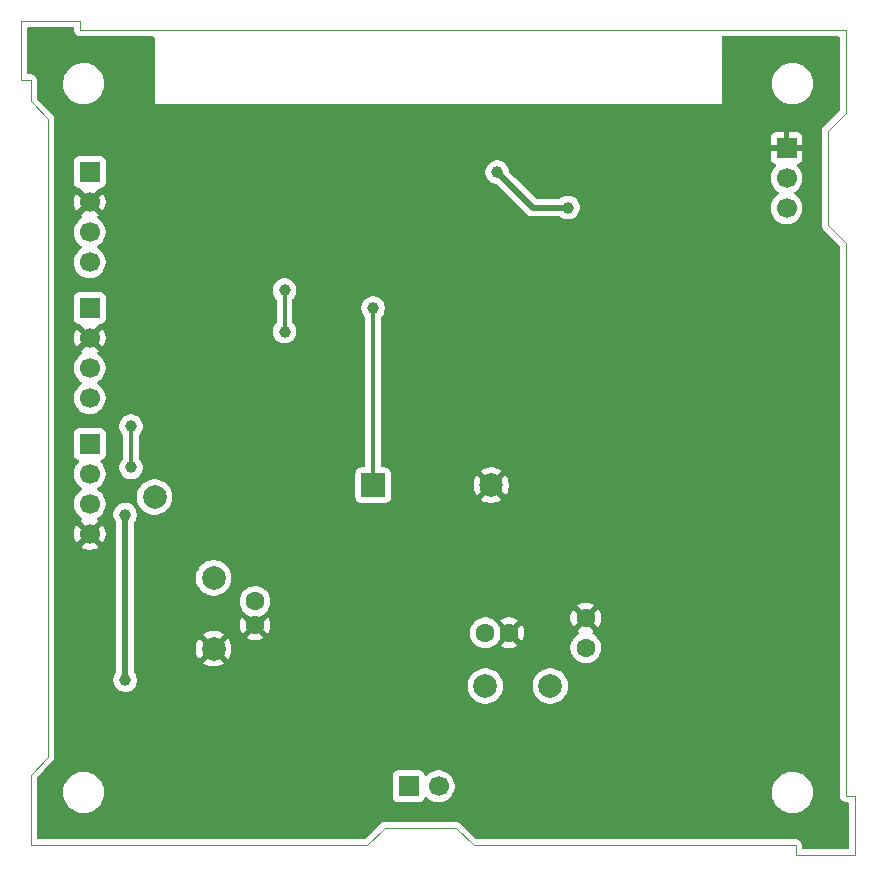
<source format=gbr>
%TF.GenerationSoftware,KiCad,Pcbnew,9.0.2*%
%TF.CreationDate,2025-05-16T17:46:15+03:00*%
%TF.ProjectId,Project_PCB,50726f6a-6563-4745-9f50-43422e6b6963,0*%
%TF.SameCoordinates,Original*%
%TF.FileFunction,Copper,L2,Bot*%
%TF.FilePolarity,Positive*%
%FSLAX46Y46*%
G04 Gerber Fmt 4.6, Leading zero omitted, Abs format (unit mm)*
G04 Created by KiCad (PCBNEW 9.0.2) date 2025-05-16 17:46:15*
%MOMM*%
%LPD*%
G01*
G04 APERTURE LIST*
%TA.AperFunction,ComponentPad*%
%ADD10C,1.600000*%
%TD*%
%TA.AperFunction,ComponentPad*%
%ADD11R,1.700000X1.700000*%
%TD*%
%TA.AperFunction,ComponentPad*%
%ADD12C,1.700000*%
%TD*%
%TA.AperFunction,ComponentPad*%
%ADD13C,2.000000*%
%TD*%
%TA.AperFunction,ComponentPad*%
%ADD14R,1.995000X1.995000*%
%TD*%
%TA.AperFunction,ComponentPad*%
%ADD15C,1.995000*%
%TD*%
%TA.AperFunction,HeatsinkPad*%
%ADD16C,0.600000*%
%TD*%
%TA.AperFunction,ViaPad*%
%ADD17C,1.000000*%
%TD*%
%TA.AperFunction,Conductor*%
%ADD18C,0.500000*%
%TD*%
%TA.AperFunction,Conductor*%
%ADD19C,0.300000*%
%TD*%
%TA.AperFunction,Profile*%
%ADD20C,0.050000*%
%TD*%
G04 APERTURE END LIST*
D10*
%TO.P,C7,1*%
%TO.N,+BATT*%
X19000000Y-48350000D03*
%TO.P,C7,2*%
%TO.N,GND*%
X19000000Y-50350000D03*
%TD*%
%TO.P,C2,1*%
%TO.N,+3V3*%
X47000000Y-52250000D03*
%TO.P,C2,2*%
%TO.N,GND*%
X47000000Y-49750000D03*
%TD*%
D11*
%TO.P,D1,1,RA*%
%TO.N,Net-(D1-RA)*%
X5000000Y-12000000D03*
D12*
%TO.P,D1,2,K*%
%TO.N,GND*%
X5000000Y-14540000D03*
%TO.P,D1,3,GA*%
%TO.N,Net-(D1-GA)*%
X5000000Y-17080000D03*
%TO.P,D1,4,BA*%
%TO.N,Net-(D1-BA)*%
X5000000Y-19620000D03*
%TD*%
D11*
%TO.P,D2,1,RA*%
%TO.N,Net-(D2-RA)*%
X5000000Y-23500000D03*
D12*
%TO.P,D2,2,K*%
%TO.N,GND*%
X5000000Y-26040000D03*
%TO.P,D2,3,GA*%
%TO.N,Net-(D2-GA)*%
X5000000Y-28580000D03*
%TO.P,D2,4,BA*%
%TO.N,Net-(D2-BA)*%
X5000000Y-31120000D03*
%TD*%
D13*
%TO.P,TP3,1,1*%
%TO.N,GND*%
X15500000Y-52350000D03*
%TD*%
D11*
%TO.P,J2,1,Pin_1*%
%TO.N,GND*%
X64000000Y-9960000D03*
D12*
%TO.P,J2,2,Pin_2*%
%TO.N,Net-(J2-Pin_2)*%
X64000000Y-12500000D03*
%TO.P,J2,3,Pin_3*%
%TO.N,+3V3*%
X64000000Y-15040000D03*
%TD*%
D10*
%TO.P,C4,1*%
%TO.N,VIN*%
X38500000Y-51000000D03*
%TO.P,C4,2*%
%TO.N,GND*%
X40500000Y-51000000D03*
%TD*%
D14*
%TO.P,LS1,1,1*%
%TO.N,Net-(U1-IO17)*%
X29000000Y-38500000D03*
D15*
%TO.P,LS1,2,2*%
%TO.N,GND*%
X39000000Y-38500000D03*
%TD*%
D13*
%TO.P,TP5,1,1*%
%TO.N,VIN*%
X38500000Y-55500000D03*
%TD*%
D11*
%TO.P,SW3,1,1*%
%TO.N,POW{slash}IO9*%
X32000000Y-64000000D03*
D12*
%TO.P,SW3,2,2*%
%TO.N,+3V3*%
X34540000Y-64000000D03*
%TD*%
D13*
%TO.P,TP4,1,1*%
%TO.N,VBUS*%
X10500000Y-39500000D03*
%TD*%
%TO.P,TP2,1,1*%
%TO.N,+BATT*%
X15500000Y-46350000D03*
%TD*%
D16*
%TO.P,U1,41,GND*%
%TO.N,GND*%
X31600000Y-14760000D03*
X31600000Y-16160000D03*
X32300000Y-14060000D03*
X32300000Y-15460000D03*
X32300000Y-16860000D03*
X33000000Y-14760000D03*
X33000000Y-16160000D03*
X33700000Y-14060000D03*
X33700000Y-15460000D03*
X33700000Y-16860000D03*
X34400000Y-14760000D03*
X34400000Y-16160000D03*
%TD*%
D13*
%TO.P,TP1,1,1*%
%TO.N,+3V3*%
X44000000Y-55500000D03*
%TD*%
D11*
%TO.P,J1,1,D+*%
%TO.N,ESP20{slash}D+*%
X5000000Y-35000000D03*
D12*
%TO.P,J1,2,D-*%
%TO.N,ESP19{slash}D-*%
X5000000Y-37540000D03*
%TO.P,J1,3,VBUS*%
%TO.N,VBUS*%
X5000000Y-40080000D03*
%TO.P,J1,4,GND*%
%TO.N,GND*%
X5000000Y-42620000D03*
%TD*%
D17*
%TO.N,VBUS*%
X8000000Y-41000000D03*
X8000000Y-55000000D03*
%TO.N,ESP19{slash}D-*%
X8500000Y-33500000D03*
X8500000Y-37000000D03*
%TO.N,+3V3*%
X39500000Y-12000000D03*
X45500000Y-15000000D03*
%TO.N,Net-(U1-IO17)*%
X29000000Y-23500000D03*
%TO.N,BATT{slash}IO8*%
X21500000Y-25500000D03*
X21500000Y-22000000D03*
%TD*%
D18*
%TO.N,VBUS*%
X8000000Y-55000000D02*
X8000000Y-41000000D01*
D19*
%TO.N,ESP19{slash}D-*%
X8500000Y-37000000D02*
X8500000Y-33500000D01*
D18*
%TO.N,+3V3*%
X42500000Y-15000000D02*
X39500000Y-12000000D01*
X45500000Y-15000000D02*
X42500000Y-15000000D01*
D19*
%TO.N,Net-(U1-IO17)*%
X29000000Y-23500000D02*
X29000000Y-38500000D01*
%TO.N,BATT{slash}IO8*%
X21500000Y-25500000D02*
X21500000Y-22000000D01*
%TD*%
%TA.AperFunction,Conductor*%
%TO.N,GND*%
G36*
X3642539Y279815D02*
G01*
X3688294Y227011D01*
X3699500Y175500D01*
X3699500Y-65891D01*
X3733608Y-193187D01*
X3766554Y-250250D01*
X3799500Y-307314D01*
X3892686Y-400500D01*
X4006814Y-466392D01*
X4134108Y-500500D01*
X4265892Y-500500D01*
X4534108Y-500500D01*
X10376000Y-500500D01*
X10443039Y-520185D01*
X10488794Y-572989D01*
X10500000Y-624500D01*
X10500000Y-6250000D01*
X58500000Y-6250000D01*
X58500000Y-4385258D01*
X62749500Y-4385258D01*
X62749500Y-4614741D01*
X62774446Y-4804215D01*
X62779452Y-4842238D01*
X62779453Y-4842240D01*
X62838842Y-5063887D01*
X62926650Y-5275876D01*
X62926657Y-5275890D01*
X63041392Y-5474617D01*
X63181081Y-5656661D01*
X63181089Y-5656670D01*
X63343330Y-5818911D01*
X63343338Y-5818918D01*
X63525382Y-5958607D01*
X63525385Y-5958608D01*
X63525388Y-5958611D01*
X63724112Y-6073344D01*
X63724117Y-6073346D01*
X63724123Y-6073349D01*
X63815480Y-6111190D01*
X63936113Y-6161158D01*
X64157762Y-6220548D01*
X64385266Y-6250500D01*
X64385273Y-6250500D01*
X64614727Y-6250500D01*
X64614734Y-6250500D01*
X64842238Y-6220548D01*
X65063887Y-6161158D01*
X65275888Y-6073344D01*
X65474612Y-5958611D01*
X65656661Y-5818919D01*
X65656665Y-5818914D01*
X65656670Y-5818911D01*
X65818911Y-5656670D01*
X65818914Y-5656665D01*
X65818919Y-5656661D01*
X65958611Y-5474612D01*
X66073344Y-5275888D01*
X66161158Y-5063887D01*
X66220548Y-4842238D01*
X66250500Y-4614734D01*
X66250500Y-4385266D01*
X66220548Y-4157762D01*
X66161158Y-3936113D01*
X66104571Y-3799500D01*
X66073349Y-3724123D01*
X66073346Y-3724117D01*
X66073344Y-3724112D01*
X65958611Y-3525388D01*
X65958608Y-3525385D01*
X65958607Y-3525382D01*
X65818918Y-3343338D01*
X65818911Y-3343330D01*
X65656670Y-3181089D01*
X65656661Y-3181081D01*
X65474617Y-3041392D01*
X65275890Y-2926657D01*
X65275876Y-2926650D01*
X65063887Y-2838842D01*
X64842238Y-2779452D01*
X64804215Y-2774446D01*
X64614741Y-2749500D01*
X64614734Y-2749500D01*
X64385266Y-2749500D01*
X64385258Y-2749500D01*
X64168715Y-2778009D01*
X64157762Y-2779452D01*
X64064076Y-2804554D01*
X63936112Y-2838842D01*
X63724123Y-2926650D01*
X63724109Y-2926657D01*
X63525382Y-3041392D01*
X63343338Y-3181081D01*
X63181081Y-3343338D01*
X63041392Y-3525382D01*
X62926657Y-3724109D01*
X62926650Y-3724123D01*
X62838842Y-3936112D01*
X62838842Y-3936113D01*
X62785790Y-4134110D01*
X62779453Y-4157759D01*
X62779451Y-4157770D01*
X62749500Y-4385258D01*
X58500000Y-4385258D01*
X58500000Y-624500D01*
X58519685Y-557461D01*
X58572489Y-511706D01*
X58624000Y-500500D01*
X68375500Y-500500D01*
X68442539Y-520185D01*
X68488294Y-572989D01*
X68499500Y-624500D01*
X68499500Y-6741324D01*
X68479815Y-6808363D01*
X68463181Y-6829005D01*
X67099502Y-8192683D01*
X67099500Y-8192686D01*
X67033608Y-8306812D01*
X66999500Y-8434108D01*
X66999500Y-16565891D01*
X67033608Y-16693187D01*
X67066554Y-16750250D01*
X67099500Y-16807314D01*
X67099502Y-16807316D01*
X68463181Y-18170995D01*
X68496666Y-18232318D01*
X68499500Y-18258676D01*
X68499500Y-64734108D01*
X68499500Y-64865892D01*
X68508069Y-64897872D01*
X68533608Y-64993187D01*
X68566554Y-65050250D01*
X68599500Y-65107314D01*
X68692686Y-65200500D01*
X68806814Y-65266392D01*
X68934108Y-65300500D01*
X69175500Y-65300500D01*
X69242539Y-65320185D01*
X69288294Y-65372989D01*
X69299500Y-65424500D01*
X69299500Y-69175500D01*
X69279815Y-69242539D01*
X69227011Y-69288294D01*
X69175500Y-69299500D01*
X65424500Y-69299500D01*
X65357461Y-69279815D01*
X65311706Y-69227011D01*
X65300500Y-69175500D01*
X65300500Y-68934110D01*
X65300500Y-68934108D01*
X65266392Y-68806814D01*
X65200500Y-68692686D01*
X65107314Y-68599500D01*
X65050250Y-68566554D01*
X64993187Y-68533608D01*
X64929539Y-68516554D01*
X64865892Y-68499500D01*
X64865891Y-68499500D01*
X37758676Y-68499500D01*
X37691637Y-68479815D01*
X37670995Y-68463181D01*
X36307316Y-67099502D01*
X36307314Y-67099500D01*
X36250250Y-67066554D01*
X36193187Y-67033608D01*
X36129539Y-67016554D01*
X36065892Y-66999500D01*
X30065892Y-66999500D01*
X29934107Y-66999500D01*
X29806812Y-67033608D01*
X29692686Y-67099500D01*
X29692683Y-67099502D01*
X28329005Y-68463181D01*
X28267682Y-68496666D01*
X28241324Y-68499500D01*
X624500Y-68499500D01*
X557461Y-68479815D01*
X511706Y-68427011D01*
X500500Y-68375500D01*
X500500Y-64385258D01*
X2749500Y-64385258D01*
X2749500Y-64614741D01*
X2761755Y-64707820D01*
X2779452Y-64842238D01*
X2811252Y-64960917D01*
X2838842Y-65063887D01*
X2926650Y-65275876D01*
X2926657Y-65275890D01*
X3041392Y-65474617D01*
X3181081Y-65656661D01*
X3181089Y-65656670D01*
X3343330Y-65818911D01*
X3343338Y-65818918D01*
X3525382Y-65958607D01*
X3525385Y-65958608D01*
X3525388Y-65958611D01*
X3724112Y-66073344D01*
X3724117Y-66073346D01*
X3724123Y-66073349D01*
X3815480Y-66111190D01*
X3936113Y-66161158D01*
X4157762Y-66220548D01*
X4385266Y-66250500D01*
X4385273Y-66250500D01*
X4614727Y-66250500D01*
X4614734Y-66250500D01*
X4842238Y-66220548D01*
X5063887Y-66161158D01*
X5275888Y-66073344D01*
X5474612Y-65958611D01*
X5656661Y-65818919D01*
X5656665Y-65818914D01*
X5656670Y-65818911D01*
X5818911Y-65656670D01*
X5818914Y-65656665D01*
X5818919Y-65656661D01*
X5958611Y-65474612D01*
X6073344Y-65275888D01*
X6161158Y-65063887D01*
X6220548Y-64842238D01*
X6250500Y-64614734D01*
X6250500Y-64385266D01*
X6220548Y-64157762D01*
X6161158Y-63936113D01*
X6073344Y-63724112D01*
X5958611Y-63525388D01*
X5958608Y-63525385D01*
X5958607Y-63525382D01*
X5818918Y-63343338D01*
X5818911Y-63343330D01*
X5656670Y-63181089D01*
X5656661Y-63181081D01*
X5553778Y-63102135D01*
X30649500Y-63102135D01*
X30649500Y-64897870D01*
X30649501Y-64897876D01*
X30655908Y-64957483D01*
X30706202Y-65092328D01*
X30706206Y-65092335D01*
X30792452Y-65207544D01*
X30792455Y-65207547D01*
X30907664Y-65293793D01*
X30907671Y-65293797D01*
X31042517Y-65344091D01*
X31042516Y-65344091D01*
X31049444Y-65344835D01*
X31102127Y-65350500D01*
X32897872Y-65350499D01*
X32957483Y-65344091D01*
X33092331Y-65293796D01*
X33207546Y-65207546D01*
X33293796Y-65092331D01*
X33342810Y-64960916D01*
X33384681Y-64904984D01*
X33450145Y-64880566D01*
X33518418Y-64895417D01*
X33546673Y-64916569D01*
X33660213Y-65030109D01*
X33832179Y-65155048D01*
X33832181Y-65155049D01*
X33832184Y-65155051D01*
X34021588Y-65251557D01*
X34223757Y-65317246D01*
X34433713Y-65350500D01*
X34433714Y-65350500D01*
X34646286Y-65350500D01*
X34646287Y-65350500D01*
X34856243Y-65317246D01*
X35058412Y-65251557D01*
X35247816Y-65155051D01*
X35334138Y-65092335D01*
X35419786Y-65030109D01*
X35419788Y-65030106D01*
X35419792Y-65030104D01*
X35570104Y-64879792D01*
X35570106Y-64879788D01*
X35570109Y-64879786D01*
X35695048Y-64707820D01*
X35695047Y-64707820D01*
X35695051Y-64707816D01*
X35791557Y-64518412D01*
X35834822Y-64385258D01*
X62749500Y-64385258D01*
X62749500Y-64614741D01*
X62761755Y-64707820D01*
X62779452Y-64842238D01*
X62811252Y-64960917D01*
X62838842Y-65063887D01*
X62926650Y-65275876D01*
X62926657Y-65275890D01*
X63041392Y-65474617D01*
X63181081Y-65656661D01*
X63181089Y-65656670D01*
X63343330Y-65818911D01*
X63343338Y-65818918D01*
X63525382Y-65958607D01*
X63525385Y-65958608D01*
X63525388Y-65958611D01*
X63724112Y-66073344D01*
X63724117Y-66073346D01*
X63724123Y-66073349D01*
X63815480Y-66111190D01*
X63936113Y-66161158D01*
X64157762Y-66220548D01*
X64385266Y-66250500D01*
X64385273Y-66250500D01*
X64614727Y-66250500D01*
X64614734Y-66250500D01*
X64842238Y-66220548D01*
X65063887Y-66161158D01*
X65275888Y-66073344D01*
X65474612Y-65958611D01*
X65656661Y-65818919D01*
X65656665Y-65818914D01*
X65656670Y-65818911D01*
X65818911Y-65656670D01*
X65818914Y-65656665D01*
X65818919Y-65656661D01*
X65958611Y-65474612D01*
X66073344Y-65275888D01*
X66161158Y-65063887D01*
X66220548Y-64842238D01*
X66250500Y-64614734D01*
X66250500Y-64385266D01*
X66220548Y-64157762D01*
X66161158Y-63936113D01*
X66073344Y-63724112D01*
X65958611Y-63525388D01*
X65958608Y-63525385D01*
X65958607Y-63525382D01*
X65818918Y-63343338D01*
X65818911Y-63343330D01*
X65656670Y-63181089D01*
X65656661Y-63181081D01*
X65474617Y-63041392D01*
X65275890Y-62926657D01*
X65275876Y-62926650D01*
X65063887Y-62838842D01*
X64842238Y-62779452D01*
X64804215Y-62774446D01*
X64614741Y-62749500D01*
X64614734Y-62749500D01*
X64385266Y-62749500D01*
X64385258Y-62749500D01*
X64168715Y-62778009D01*
X64157762Y-62779452D01*
X64109234Y-62792455D01*
X63936112Y-62838842D01*
X63724123Y-62926650D01*
X63724109Y-62926657D01*
X63525382Y-63041392D01*
X63343338Y-63181081D01*
X63181081Y-63343338D01*
X63041392Y-63525382D01*
X62926657Y-63724109D01*
X62926650Y-63724123D01*
X62838842Y-63936112D01*
X62779453Y-64157759D01*
X62779451Y-64157770D01*
X62749500Y-64385258D01*
X35834822Y-64385258D01*
X35857246Y-64316243D01*
X35890500Y-64106287D01*
X35890500Y-63893713D01*
X35857246Y-63683757D01*
X35791557Y-63481588D01*
X35695051Y-63292184D01*
X35695049Y-63292181D01*
X35695048Y-63292179D01*
X35570109Y-63120213D01*
X35419786Y-62969890D01*
X35247820Y-62844951D01*
X35058414Y-62748444D01*
X35058413Y-62748443D01*
X35058412Y-62748443D01*
X34856243Y-62682754D01*
X34856241Y-62682753D01*
X34856240Y-62682753D01*
X34694957Y-62657208D01*
X34646287Y-62649500D01*
X34433713Y-62649500D01*
X34385042Y-62657208D01*
X34223760Y-62682753D01*
X34021585Y-62748444D01*
X33832179Y-62844951D01*
X33660215Y-62969889D01*
X33546673Y-63083431D01*
X33485350Y-63116915D01*
X33415658Y-63111931D01*
X33359725Y-63070059D01*
X33342810Y-63039082D01*
X33293797Y-62907671D01*
X33293793Y-62907664D01*
X33207547Y-62792455D01*
X33207544Y-62792452D01*
X33092335Y-62706206D01*
X33092328Y-62706202D01*
X32957482Y-62655908D01*
X32957483Y-62655908D01*
X32897883Y-62649501D01*
X32897881Y-62649500D01*
X32897873Y-62649500D01*
X32897864Y-62649500D01*
X31102129Y-62649500D01*
X31102123Y-62649501D01*
X31042516Y-62655908D01*
X30907671Y-62706202D01*
X30907664Y-62706206D01*
X30792455Y-62792452D01*
X30792452Y-62792455D01*
X30706206Y-62907664D01*
X30706202Y-62907671D01*
X30655908Y-63042517D01*
X30649501Y-63102116D01*
X30649500Y-63102135D01*
X5553778Y-63102135D01*
X5474617Y-63041392D01*
X5275890Y-62926657D01*
X5275876Y-62926650D01*
X5063887Y-62838842D01*
X4842238Y-62779452D01*
X4804215Y-62774446D01*
X4614741Y-62749500D01*
X4614734Y-62749500D01*
X4385266Y-62749500D01*
X4385258Y-62749500D01*
X4168715Y-62778009D01*
X4157762Y-62779452D01*
X4109234Y-62792455D01*
X3936112Y-62838842D01*
X3724123Y-62926650D01*
X3724109Y-62926657D01*
X3525382Y-63041392D01*
X3343338Y-63181081D01*
X3181081Y-63343338D01*
X3041392Y-63525382D01*
X2926657Y-63724109D01*
X2926650Y-63724123D01*
X2838842Y-63936112D01*
X2779453Y-64157759D01*
X2779451Y-64157770D01*
X2749500Y-64385258D01*
X500500Y-64385258D01*
X500500Y-63258676D01*
X520185Y-63191637D01*
X536819Y-63170995D01*
X1108314Y-62599500D01*
X1900499Y-61807315D01*
X1966392Y-61693186D01*
X2000500Y-61565893D01*
X2000500Y-61434108D01*
X2000500Y-44434108D01*
X2000500Y-34102135D01*
X3649500Y-34102135D01*
X3649500Y-35897870D01*
X3649501Y-35897876D01*
X3655908Y-35957483D01*
X3706202Y-36092328D01*
X3706206Y-36092335D01*
X3792452Y-36207544D01*
X3792455Y-36207547D01*
X3907664Y-36293793D01*
X3907671Y-36293797D01*
X4039082Y-36342810D01*
X4095016Y-36384681D01*
X4119433Y-36450145D01*
X4104582Y-36518418D01*
X4083431Y-36546673D01*
X3969889Y-36660215D01*
X3844951Y-36832179D01*
X3748444Y-37021585D01*
X3682753Y-37223760D01*
X3649500Y-37433713D01*
X3649500Y-37646286D01*
X3670224Y-37777136D01*
X3682754Y-37856243D01*
X3729301Y-37999500D01*
X3748444Y-38058414D01*
X3844951Y-38247820D01*
X3969890Y-38419786D01*
X4120213Y-38570109D01*
X4292182Y-38695050D01*
X4300946Y-38699516D01*
X4351742Y-38747491D01*
X4368536Y-38815312D01*
X4345998Y-38881447D01*
X4300946Y-38920484D01*
X4292182Y-38924949D01*
X4120213Y-39049890D01*
X3969890Y-39200213D01*
X3844951Y-39372179D01*
X3748444Y-39561585D01*
X3682753Y-39763760D01*
X3654635Y-39941293D01*
X3649500Y-39973713D01*
X3649500Y-40186287D01*
X3682754Y-40396243D01*
X3724940Y-40526079D01*
X3748444Y-40598414D01*
X3844951Y-40787820D01*
X3969890Y-40959786D01*
X4120213Y-41110109D01*
X4292179Y-41235048D01*
X4292181Y-41235049D01*
X4292184Y-41235051D01*
X4301493Y-41239794D01*
X4352290Y-41287766D01*
X4369087Y-41355587D01*
X4346552Y-41421722D01*
X4301505Y-41460760D01*
X4292446Y-41465376D01*
X4292440Y-41465380D01*
X4238282Y-41504727D01*
X4238282Y-41504728D01*
X4870591Y-42137037D01*
X4807007Y-42154075D01*
X4692993Y-42219901D01*
X4599901Y-42312993D01*
X4534075Y-42427007D01*
X4517037Y-42490591D01*
X3884728Y-41858282D01*
X3884727Y-41858282D01*
X3845380Y-41912439D01*
X3748904Y-42101782D01*
X3683242Y-42303869D01*
X3683242Y-42303872D01*
X3650000Y-42513753D01*
X3650000Y-42726246D01*
X3683242Y-42936127D01*
X3683242Y-42936130D01*
X3748904Y-43138217D01*
X3845375Y-43327550D01*
X3884728Y-43381716D01*
X4517037Y-42749408D01*
X4534075Y-42812993D01*
X4599901Y-42927007D01*
X4692993Y-43020099D01*
X4807007Y-43085925D01*
X4870590Y-43102962D01*
X4238282Y-43735269D01*
X4238282Y-43735270D01*
X4292449Y-43774624D01*
X4481782Y-43871095D01*
X4683870Y-43936757D01*
X4893754Y-43970000D01*
X5106246Y-43970000D01*
X5316127Y-43936757D01*
X5316130Y-43936757D01*
X5518217Y-43871095D01*
X5707554Y-43774622D01*
X5761716Y-43735270D01*
X5761717Y-43735270D01*
X5129408Y-43102962D01*
X5192993Y-43085925D01*
X5307007Y-43020099D01*
X5400099Y-42927007D01*
X5465925Y-42812993D01*
X5482962Y-42749408D01*
X6115270Y-43381717D01*
X6115270Y-43381716D01*
X6154622Y-43327554D01*
X6251095Y-43138217D01*
X6316757Y-42936130D01*
X6316757Y-42936127D01*
X6350000Y-42726246D01*
X6350000Y-42513753D01*
X6316757Y-42303872D01*
X6316757Y-42303869D01*
X6251095Y-42101782D01*
X6154624Y-41912449D01*
X6115270Y-41858282D01*
X6115269Y-41858282D01*
X5482962Y-42490590D01*
X5465925Y-42427007D01*
X5400099Y-42312993D01*
X5307007Y-42219901D01*
X5192993Y-42154075D01*
X5129409Y-42137037D01*
X5761716Y-41504728D01*
X5707547Y-41465373D01*
X5707547Y-41465372D01*
X5698500Y-41460763D01*
X5647706Y-41412788D01*
X5630912Y-41344966D01*
X5653451Y-41278832D01*
X5698508Y-41239793D01*
X5707816Y-41235051D01*
X5787007Y-41177515D01*
X5879786Y-41110109D01*
X5879788Y-41110106D01*
X5879792Y-41110104D01*
X5891353Y-41098543D01*
X6999499Y-41098543D01*
X7037947Y-41291829D01*
X7037950Y-41291839D01*
X7113364Y-41473907D01*
X7113371Y-41473920D01*
X7226245Y-41642847D01*
X7224717Y-41643867D01*
X7248666Y-41700255D01*
X7249500Y-41714610D01*
X7249500Y-54285389D01*
X7229815Y-54352428D01*
X7224763Y-54359370D01*
X7113371Y-54526079D01*
X7113364Y-54526092D01*
X7037950Y-54708160D01*
X7037947Y-54708170D01*
X6999500Y-54901456D01*
X6999500Y-54901459D01*
X6999500Y-55098541D01*
X6999500Y-55098543D01*
X6999499Y-55098543D01*
X7037947Y-55291829D01*
X7037950Y-55291839D01*
X7113364Y-55473907D01*
X7113371Y-55473920D01*
X7222860Y-55637781D01*
X7222863Y-55637785D01*
X7362214Y-55777136D01*
X7362218Y-55777139D01*
X7526079Y-55886628D01*
X7526092Y-55886635D01*
X7708160Y-55962049D01*
X7708165Y-55962051D01*
X7708169Y-55962051D01*
X7708170Y-55962052D01*
X7901456Y-56000500D01*
X7901459Y-56000500D01*
X8098543Y-56000500D01*
X8228582Y-55974632D01*
X8291835Y-55962051D01*
X8473914Y-55886632D01*
X8637782Y-55777139D01*
X8777139Y-55637782D01*
X8886632Y-55473914D01*
X8924744Y-55381902D01*
X36999500Y-55381902D01*
X36999500Y-55618097D01*
X37036446Y-55851368D01*
X37109433Y-56075996D01*
X37216657Y-56286433D01*
X37355483Y-56477510D01*
X37522490Y-56644517D01*
X37713567Y-56783343D01*
X37812991Y-56834002D01*
X37924003Y-56890566D01*
X37924005Y-56890566D01*
X37924008Y-56890568D01*
X38044412Y-56929689D01*
X38148631Y-56963553D01*
X38381903Y-57000500D01*
X38381908Y-57000500D01*
X38618097Y-57000500D01*
X38851368Y-56963553D01*
X39075992Y-56890568D01*
X39286433Y-56783343D01*
X39477510Y-56644517D01*
X39644517Y-56477510D01*
X39783343Y-56286433D01*
X39890568Y-56075992D01*
X39963553Y-55851368D01*
X39975310Y-55777136D01*
X40000500Y-55618097D01*
X40000500Y-55381902D01*
X42499500Y-55381902D01*
X42499500Y-55618097D01*
X42536446Y-55851368D01*
X42609433Y-56075996D01*
X42716657Y-56286433D01*
X42855483Y-56477510D01*
X43022490Y-56644517D01*
X43213567Y-56783343D01*
X43312991Y-56834002D01*
X43424003Y-56890566D01*
X43424005Y-56890566D01*
X43424008Y-56890568D01*
X43544412Y-56929689D01*
X43648631Y-56963553D01*
X43881903Y-57000500D01*
X43881908Y-57000500D01*
X44118097Y-57000500D01*
X44351368Y-56963553D01*
X44575992Y-56890568D01*
X44786433Y-56783343D01*
X44977510Y-56644517D01*
X45144517Y-56477510D01*
X45283343Y-56286433D01*
X45390568Y-56075992D01*
X45463553Y-55851368D01*
X45475310Y-55777136D01*
X45500500Y-55618097D01*
X45500500Y-55381902D01*
X45463553Y-55148631D01*
X45390566Y-54924003D01*
X45283342Y-54713566D01*
X45279418Y-54708165D01*
X45144517Y-54522490D01*
X44977510Y-54355483D01*
X44786433Y-54216657D01*
X44575996Y-54109433D01*
X44351368Y-54036446D01*
X44118097Y-53999500D01*
X44118092Y-53999500D01*
X43881908Y-53999500D01*
X43881903Y-53999500D01*
X43648631Y-54036446D01*
X43424003Y-54109433D01*
X43213566Y-54216657D01*
X43118966Y-54285389D01*
X43022490Y-54355483D01*
X43022488Y-54355485D01*
X43022487Y-54355485D01*
X42855485Y-54522487D01*
X42855485Y-54522488D01*
X42855483Y-54522490D01*
X42795862Y-54604550D01*
X42716657Y-54713566D01*
X42609433Y-54924003D01*
X42536446Y-55148631D01*
X42499500Y-55381902D01*
X40000500Y-55381902D01*
X39963553Y-55148631D01*
X39890566Y-54924003D01*
X39783342Y-54713566D01*
X39779418Y-54708165D01*
X39644517Y-54522490D01*
X39477510Y-54355483D01*
X39286433Y-54216657D01*
X39075996Y-54109433D01*
X38851368Y-54036446D01*
X38618097Y-53999500D01*
X38618092Y-53999500D01*
X38381908Y-53999500D01*
X38381903Y-53999500D01*
X38148631Y-54036446D01*
X37924003Y-54109433D01*
X37713566Y-54216657D01*
X37618966Y-54285389D01*
X37522490Y-54355483D01*
X37522488Y-54355485D01*
X37522487Y-54355485D01*
X37355485Y-54522487D01*
X37355485Y-54522488D01*
X37355483Y-54522490D01*
X37295862Y-54604550D01*
X37216657Y-54713566D01*
X37109433Y-54924003D01*
X37036446Y-55148631D01*
X36999500Y-55381902D01*
X8924744Y-55381902D01*
X8962051Y-55291835D01*
X8990536Y-55148632D01*
X9000500Y-55098543D01*
X9000500Y-54901456D01*
X8962052Y-54708170D01*
X8962051Y-54708169D01*
X8962051Y-54708165D01*
X8962049Y-54708160D01*
X8886635Y-54526092D01*
X8886628Y-54526079D01*
X8773755Y-54357153D01*
X8775278Y-54356135D01*
X8751331Y-54299723D01*
X8750500Y-54285389D01*
X8750500Y-52231947D01*
X14000000Y-52231947D01*
X14000000Y-52468052D01*
X14036934Y-52701247D01*
X14109897Y-52925802D01*
X14217087Y-53136174D01*
X14277338Y-53219104D01*
X14277340Y-53219105D01*
X15017037Y-52479408D01*
X15034075Y-52542993D01*
X15099901Y-52657007D01*
X15192993Y-52750099D01*
X15307007Y-52815925D01*
X15370590Y-52832962D01*
X14630893Y-53572658D01*
X14713828Y-53632914D01*
X14924197Y-53740102D01*
X15148752Y-53813065D01*
X15148751Y-53813065D01*
X15381948Y-53850000D01*
X15618052Y-53850000D01*
X15851247Y-53813065D01*
X16075802Y-53740102D01*
X16286163Y-53632918D01*
X16286169Y-53632914D01*
X16369104Y-53572658D01*
X16369105Y-53572658D01*
X15629408Y-52832962D01*
X15692993Y-52815925D01*
X15807007Y-52750099D01*
X15900099Y-52657007D01*
X15965925Y-52542993D01*
X15982962Y-52479409D01*
X16722658Y-53219105D01*
X16722658Y-53219104D01*
X16782914Y-53136169D01*
X16782918Y-53136163D01*
X16890102Y-52925802D01*
X16963065Y-52701247D01*
X17000000Y-52468052D01*
X17000000Y-52231947D01*
X16963065Y-51998752D01*
X16890102Y-51774197D01*
X16782914Y-51563828D01*
X16722658Y-51480894D01*
X16722658Y-51480893D01*
X15982962Y-52220590D01*
X15965925Y-52157007D01*
X15900099Y-52042993D01*
X15807007Y-51949901D01*
X15692993Y-51884075D01*
X15629409Y-51867037D01*
X16369105Y-51127340D01*
X16369104Y-51127338D01*
X16286174Y-51067087D01*
X16075802Y-50959897D01*
X15851247Y-50886934D01*
X15851248Y-50886934D01*
X15618052Y-50850000D01*
X15381948Y-50850000D01*
X15148752Y-50886934D01*
X14924197Y-50959897D01*
X14713830Y-51067084D01*
X14630894Y-51127340D01*
X15370591Y-51867037D01*
X15307007Y-51884075D01*
X15192993Y-51949901D01*
X15099901Y-52042993D01*
X15034075Y-52157007D01*
X15017037Y-52220591D01*
X14277340Y-51480894D01*
X14217084Y-51563830D01*
X14109897Y-51774197D01*
X14036934Y-51998752D01*
X14000000Y-52231947D01*
X8750500Y-52231947D01*
X8750500Y-48247648D01*
X17699500Y-48247648D01*
X17699500Y-48452351D01*
X17731522Y-48654534D01*
X17794781Y-48849223D01*
X17858691Y-48974653D01*
X17883874Y-49024076D01*
X17887715Y-49031613D01*
X18008028Y-49197213D01*
X18152786Y-49341971D01*
X18273840Y-49429920D01*
X18318390Y-49462287D01*
X18500781Y-49555220D01*
X18558373Y-49573932D01*
X18607735Y-49604182D01*
X18953554Y-49950000D01*
X18947339Y-49950000D01*
X18845606Y-49977259D01*
X18754394Y-50029920D01*
X18679920Y-50104394D01*
X18627259Y-50195606D01*
X18600000Y-50297339D01*
X18600000Y-50303553D01*
X17920524Y-49624077D01*
X17920523Y-49624077D01*
X17888143Y-49668644D01*
X17795244Y-49850968D01*
X17732009Y-50045582D01*
X17700000Y-50247682D01*
X17700000Y-50452317D01*
X17732009Y-50654417D01*
X17795244Y-50849031D01*
X17888141Y-51031350D01*
X17888147Y-51031359D01*
X17920523Y-51075921D01*
X17920524Y-51075922D01*
X18600000Y-50396446D01*
X18600000Y-50402661D01*
X18627259Y-50504394D01*
X18679920Y-50595606D01*
X18754394Y-50670080D01*
X18845606Y-50722741D01*
X18947339Y-50750000D01*
X18953553Y-50750000D01*
X18274076Y-51429474D01*
X18318650Y-51461859D01*
X18500968Y-51554755D01*
X18695582Y-51617990D01*
X18897683Y-51650000D01*
X19102317Y-51650000D01*
X19304417Y-51617990D01*
X19499031Y-51554755D01*
X19681349Y-51461859D01*
X19725921Y-51429474D01*
X19046447Y-50750000D01*
X19052661Y-50750000D01*
X19154394Y-50722741D01*
X19245606Y-50670080D01*
X19320080Y-50595606D01*
X19372741Y-50504394D01*
X19400000Y-50402661D01*
X19400000Y-50396447D01*
X20079474Y-51075921D01*
X20111859Y-51031349D01*
X20179983Y-50897648D01*
X37199500Y-50897648D01*
X37199500Y-51102352D01*
X37203457Y-51127338D01*
X37231522Y-51304534D01*
X37294781Y-51499223D01*
X37387715Y-51681613D01*
X37508028Y-51847213D01*
X37652786Y-51991971D01*
X37773226Y-52079474D01*
X37818390Y-52112287D01*
X37906158Y-52157007D01*
X38000776Y-52205218D01*
X38000778Y-52205218D01*
X38000781Y-52205220D01*
X38083038Y-52231947D01*
X38195465Y-52268477D01*
X38294571Y-52284174D01*
X38397648Y-52300500D01*
X38397649Y-52300500D01*
X38602351Y-52300500D01*
X38602352Y-52300500D01*
X38804534Y-52268477D01*
X38999219Y-52205220D01*
X39181610Y-52112287D01*
X39276986Y-52042993D01*
X39347213Y-51991971D01*
X39347215Y-51991968D01*
X39347219Y-51991966D01*
X39491966Y-51847219D01*
X39491968Y-51847215D01*
X39491971Y-51847213D01*
X39562035Y-51750776D01*
X39612287Y-51681610D01*
X39705220Y-51499219D01*
X39723933Y-51441625D01*
X39754183Y-51392262D01*
X40100000Y-51046445D01*
X40100000Y-51052661D01*
X40127259Y-51154394D01*
X40179920Y-51245606D01*
X40254394Y-51320080D01*
X40345606Y-51372741D01*
X40447339Y-51400000D01*
X40453553Y-51400000D01*
X39774076Y-52079474D01*
X39818650Y-52111859D01*
X40000968Y-52204755D01*
X40195582Y-52267990D01*
X40397683Y-52300000D01*
X40602317Y-52300000D01*
X40804417Y-52267990D01*
X40999031Y-52204755D01*
X41111109Y-52147648D01*
X45699500Y-52147648D01*
X45699500Y-52352351D01*
X45731522Y-52554534D01*
X45794781Y-52749223D01*
X45887715Y-52931613D01*
X46008028Y-53097213D01*
X46152786Y-53241971D01*
X46307749Y-53354556D01*
X46318390Y-53362287D01*
X46434607Y-53421503D01*
X46500776Y-53455218D01*
X46500778Y-53455218D01*
X46500781Y-53455220D01*
X46605137Y-53489127D01*
X46695465Y-53518477D01*
X46796557Y-53534488D01*
X46897648Y-53550500D01*
X46897649Y-53550500D01*
X47102351Y-53550500D01*
X47102352Y-53550500D01*
X47304534Y-53518477D01*
X47499219Y-53455220D01*
X47681610Y-53362287D01*
X47774590Y-53294732D01*
X47847213Y-53241971D01*
X47847215Y-53241968D01*
X47847219Y-53241966D01*
X47991966Y-53097219D01*
X47991968Y-53097215D01*
X47991971Y-53097213D01*
X48044732Y-53024590D01*
X48112287Y-52931610D01*
X48205220Y-52749219D01*
X48268477Y-52554534D01*
X48300500Y-52352352D01*
X48300500Y-52147648D01*
X48294899Y-52112284D01*
X48268477Y-51945465D01*
X48205218Y-51750776D01*
X48153869Y-51650000D01*
X48112287Y-51568390D01*
X48062032Y-51499219D01*
X47991971Y-51402786D01*
X47847213Y-51258028D01*
X47681611Y-51137713D01*
X47627621Y-51110203D01*
X47576825Y-51062228D01*
X47560031Y-50994407D01*
X47582569Y-50928272D01*
X47627624Y-50889233D01*
X47681349Y-50861859D01*
X47725921Y-50829474D01*
X47046447Y-50150000D01*
X47052661Y-50150000D01*
X47154394Y-50122741D01*
X47245606Y-50070080D01*
X47320080Y-49995606D01*
X47372741Y-49904394D01*
X47400000Y-49802661D01*
X47400000Y-49796447D01*
X48079474Y-50475921D01*
X48111859Y-50431349D01*
X48204755Y-50249031D01*
X48267990Y-50054417D01*
X48300000Y-49852317D01*
X48300000Y-49647682D01*
X48267990Y-49445582D01*
X48204755Y-49250968D01*
X48111859Y-49068650D01*
X48079474Y-49024077D01*
X48079474Y-49024076D01*
X47400000Y-49703551D01*
X47400000Y-49697339D01*
X47372741Y-49595606D01*
X47320080Y-49504394D01*
X47245606Y-49429920D01*
X47154394Y-49377259D01*
X47052661Y-49350000D01*
X47046446Y-49350000D01*
X47725922Y-48670524D01*
X47725921Y-48670523D01*
X47681359Y-48638147D01*
X47681350Y-48638141D01*
X47499031Y-48545244D01*
X47304417Y-48482009D01*
X47102317Y-48450000D01*
X46897683Y-48450000D01*
X46695582Y-48482009D01*
X46500968Y-48545244D01*
X46318644Y-48638143D01*
X46274077Y-48670523D01*
X46274077Y-48670524D01*
X46953554Y-49350000D01*
X46947339Y-49350000D01*
X46845606Y-49377259D01*
X46754394Y-49429920D01*
X46679920Y-49504394D01*
X46627259Y-49595606D01*
X46600000Y-49697339D01*
X46600000Y-49703553D01*
X45920524Y-49024077D01*
X45920523Y-49024077D01*
X45888143Y-49068644D01*
X45795244Y-49250968D01*
X45732009Y-49445582D01*
X45700000Y-49647682D01*
X45700000Y-49852317D01*
X45732009Y-50054417D01*
X45795244Y-50249031D01*
X45888141Y-50431350D01*
X45888147Y-50431359D01*
X45920523Y-50475921D01*
X45920524Y-50475922D01*
X46600000Y-49796446D01*
X46600000Y-49802661D01*
X46627259Y-49904394D01*
X46679920Y-49995606D01*
X46754394Y-50070080D01*
X46845606Y-50122741D01*
X46947339Y-50150000D01*
X46953553Y-50150000D01*
X46274076Y-50829474D01*
X46318652Y-50861861D01*
X46372376Y-50889234D01*
X46423172Y-50937208D01*
X46439968Y-51005028D01*
X46417431Y-51071164D01*
X46372379Y-51110203D01*
X46318386Y-51137714D01*
X46152786Y-51258028D01*
X46008028Y-51402786D01*
X45887715Y-51568386D01*
X45794781Y-51750776D01*
X45731522Y-51945465D01*
X45699500Y-52147648D01*
X41111109Y-52147648D01*
X41181349Y-52111859D01*
X41225922Y-52079474D01*
X40546447Y-51400000D01*
X40552661Y-51400000D01*
X40654394Y-51372741D01*
X40745606Y-51320080D01*
X40820080Y-51245606D01*
X40872741Y-51154394D01*
X40900000Y-51052661D01*
X40900000Y-51046448D01*
X41579474Y-51725922D01*
X41579474Y-51725921D01*
X41611859Y-51681349D01*
X41704755Y-51499031D01*
X41767990Y-51304417D01*
X41800000Y-51102317D01*
X41800000Y-50897682D01*
X41767990Y-50695582D01*
X41704755Y-50500968D01*
X41611859Y-50318650D01*
X41579474Y-50274077D01*
X41579474Y-50274076D01*
X40900000Y-50953551D01*
X40900000Y-50947339D01*
X40872741Y-50845606D01*
X40820080Y-50754394D01*
X40745606Y-50679920D01*
X40654394Y-50627259D01*
X40552661Y-50600000D01*
X40546446Y-50600000D01*
X41225922Y-49920524D01*
X41225921Y-49920523D01*
X41181359Y-49888147D01*
X41181350Y-49888141D01*
X40999031Y-49795244D01*
X40892859Y-49760747D01*
X40804417Y-49732009D01*
X40602317Y-49700000D01*
X40397683Y-49700000D01*
X40195582Y-49732009D01*
X40000968Y-49795244D01*
X39818644Y-49888143D01*
X39774077Y-49920523D01*
X39774077Y-49920524D01*
X40453554Y-50600000D01*
X40447339Y-50600000D01*
X40345606Y-50627259D01*
X40254394Y-50679920D01*
X40179920Y-50754394D01*
X40127259Y-50845606D01*
X40100000Y-50947339D01*
X40100000Y-50953553D01*
X39754182Y-50607735D01*
X39723932Y-50558372D01*
X39705220Y-50500781D01*
X39612287Y-50318390D01*
X39580092Y-50274077D01*
X39491971Y-50152786D01*
X39347213Y-50008028D01*
X39181613Y-49887715D01*
X39181612Y-49887714D01*
X39181610Y-49887713D01*
X39109494Y-49850968D01*
X38999223Y-49794781D01*
X38804534Y-49731522D01*
X38629995Y-49703878D01*
X38602352Y-49699500D01*
X38397648Y-49699500D01*
X38373329Y-49703351D01*
X38195465Y-49731522D01*
X38000776Y-49794781D01*
X37818386Y-49887715D01*
X37652786Y-50008028D01*
X37508028Y-50152786D01*
X37387715Y-50318386D01*
X37294781Y-50500776D01*
X37231522Y-50695465D01*
X37205168Y-50861861D01*
X37199500Y-50897648D01*
X20179983Y-50897648D01*
X20204755Y-50849031D01*
X20267990Y-50654417D01*
X20300000Y-50452317D01*
X20300000Y-50247682D01*
X20267990Y-50045582D01*
X20204755Y-49850968D01*
X20111859Y-49668650D01*
X20079474Y-49624077D01*
X20079474Y-49624076D01*
X19400000Y-50303551D01*
X19400000Y-50297339D01*
X19372741Y-50195606D01*
X19320080Y-50104394D01*
X19245606Y-50029920D01*
X19154394Y-49977259D01*
X19052661Y-49950000D01*
X19046447Y-49950000D01*
X19392262Y-49604183D01*
X19441626Y-49573933D01*
X19499213Y-49555222D01*
X19499219Y-49555220D01*
X19499223Y-49555218D01*
X19681610Y-49462287D01*
X19798642Y-49377259D01*
X19847213Y-49341971D01*
X19847215Y-49341968D01*
X19847219Y-49341966D01*
X19991966Y-49197219D01*
X19991968Y-49197215D01*
X19991971Y-49197213D01*
X20085380Y-49068644D01*
X20112287Y-49031610D01*
X20205220Y-48849219D01*
X20268477Y-48654534D01*
X20300500Y-48452352D01*
X20300500Y-48247648D01*
X20268477Y-48045466D01*
X20205220Y-47850781D01*
X20205218Y-47850778D01*
X20205218Y-47850776D01*
X20171503Y-47784607D01*
X20112287Y-47668390D01*
X20086824Y-47633343D01*
X19991971Y-47502786D01*
X19847213Y-47358028D01*
X19681613Y-47237715D01*
X19681612Y-47237714D01*
X19681610Y-47237713D01*
X19624653Y-47208691D01*
X19499223Y-47144781D01*
X19304534Y-47081522D01*
X19129995Y-47053878D01*
X19102352Y-47049500D01*
X18897648Y-47049500D01*
X18873329Y-47053351D01*
X18695465Y-47081522D01*
X18500776Y-47144781D01*
X18318386Y-47237715D01*
X18152786Y-47358028D01*
X18008028Y-47502786D01*
X17887715Y-47668386D01*
X17794781Y-47850776D01*
X17731522Y-48045465D01*
X17699500Y-48247648D01*
X8750500Y-48247648D01*
X8750500Y-46231902D01*
X13999500Y-46231902D01*
X13999500Y-46468097D01*
X14036446Y-46701368D01*
X14109433Y-46925996D01*
X14172362Y-47049500D01*
X14216657Y-47136433D01*
X14355483Y-47327510D01*
X14522490Y-47494517D01*
X14713567Y-47633343D01*
X14782343Y-47668386D01*
X14924003Y-47740566D01*
X14924005Y-47740566D01*
X14924008Y-47740568D01*
X15044412Y-47779689D01*
X15148631Y-47813553D01*
X15381903Y-47850500D01*
X15381908Y-47850500D01*
X15618097Y-47850500D01*
X15851368Y-47813553D01*
X16075992Y-47740568D01*
X16286433Y-47633343D01*
X16477510Y-47494517D01*
X16644517Y-47327510D01*
X16783343Y-47136433D01*
X16890568Y-46925992D01*
X16963553Y-46701368D01*
X17000500Y-46468097D01*
X17000500Y-46231902D01*
X16963553Y-45998631D01*
X16890566Y-45774003D01*
X16783342Y-45563566D01*
X16644517Y-45372490D01*
X16477510Y-45205483D01*
X16286433Y-45066657D01*
X16075996Y-44959433D01*
X15851368Y-44886446D01*
X15618097Y-44849500D01*
X15618092Y-44849500D01*
X15381908Y-44849500D01*
X15381903Y-44849500D01*
X15148631Y-44886446D01*
X14924003Y-44959433D01*
X14713566Y-45066657D01*
X14604550Y-45145862D01*
X14522490Y-45205483D01*
X14522488Y-45205485D01*
X14522487Y-45205485D01*
X14355485Y-45372487D01*
X14355485Y-45372488D01*
X14355483Y-45372490D01*
X14295862Y-45454550D01*
X14216657Y-45563566D01*
X14109433Y-45774003D01*
X14036446Y-45998631D01*
X13999500Y-46231902D01*
X8750500Y-46231902D01*
X8750500Y-41714610D01*
X8770185Y-41647571D01*
X8775228Y-41640641D01*
X8777136Y-41637784D01*
X8777139Y-41637782D01*
X8886632Y-41473914D01*
X8962051Y-41291835D01*
X9000500Y-41098541D01*
X9000500Y-40901459D01*
X9000500Y-40901456D01*
X8962052Y-40708170D01*
X8962051Y-40708169D01*
X8962051Y-40708165D01*
X8962049Y-40708160D01*
X8886635Y-40526092D01*
X8886628Y-40526079D01*
X8777139Y-40362218D01*
X8777136Y-40362214D01*
X8637785Y-40222863D01*
X8637781Y-40222860D01*
X8473920Y-40113371D01*
X8473907Y-40113364D01*
X8291839Y-40037950D01*
X8291829Y-40037947D01*
X8098543Y-39999500D01*
X8098541Y-39999500D01*
X7901459Y-39999500D01*
X7901457Y-39999500D01*
X7708170Y-40037947D01*
X7708160Y-40037950D01*
X7526092Y-40113364D01*
X7526079Y-40113371D01*
X7362218Y-40222860D01*
X7362214Y-40222863D01*
X7222863Y-40362214D01*
X7222860Y-40362218D01*
X7113371Y-40526079D01*
X7113364Y-40526092D01*
X7037950Y-40708160D01*
X7037947Y-40708170D01*
X6999500Y-40901456D01*
X6999500Y-40901459D01*
X6999500Y-41098541D01*
X6999500Y-41098543D01*
X6999499Y-41098543D01*
X5891353Y-41098543D01*
X6030104Y-40959792D01*
X6037052Y-40950227D01*
X6129866Y-40822482D01*
X6155048Y-40787820D01*
X6155051Y-40787816D01*
X6251557Y-40598412D01*
X6317246Y-40396243D01*
X6350500Y-40186287D01*
X6350500Y-39973713D01*
X6317246Y-39763757D01*
X6251557Y-39561588D01*
X6160003Y-39381902D01*
X8999500Y-39381902D01*
X8999500Y-39618097D01*
X9036446Y-39851368D01*
X9109433Y-40075996D01*
X9165630Y-40186287D01*
X9216657Y-40286433D01*
X9355483Y-40477510D01*
X9522490Y-40644517D01*
X9713567Y-40783343D01*
X9722354Y-40787820D01*
X9924003Y-40890566D01*
X9924005Y-40890566D01*
X9924008Y-40890568D01*
X10044412Y-40929689D01*
X10148631Y-40963553D01*
X10381903Y-41000500D01*
X10381908Y-41000500D01*
X10618097Y-41000500D01*
X10851368Y-40963553D01*
X10862949Y-40959790D01*
X11075992Y-40890568D01*
X11286433Y-40783343D01*
X11477510Y-40644517D01*
X11644517Y-40477510D01*
X11783343Y-40286433D01*
X11890568Y-40075992D01*
X11963553Y-39851368D01*
X11984222Y-39720868D01*
X12000500Y-39618097D01*
X12000500Y-39381902D01*
X11963553Y-39148631D01*
X11890874Y-38924951D01*
X11890568Y-38924008D01*
X11890566Y-38924005D01*
X11890566Y-38924003D01*
X11800628Y-38747491D01*
X11783343Y-38713567D01*
X11644517Y-38522490D01*
X11477510Y-38355483D01*
X11286433Y-38216657D01*
X11075996Y-38109433D01*
X10851368Y-38036446D01*
X10618097Y-37999500D01*
X10618092Y-37999500D01*
X10381908Y-37999500D01*
X10381903Y-37999500D01*
X10148631Y-38036446D01*
X9924003Y-38109433D01*
X9713566Y-38216657D01*
X9604550Y-38295862D01*
X9522490Y-38355483D01*
X9522488Y-38355485D01*
X9522487Y-38355485D01*
X9355485Y-38522487D01*
X9355485Y-38522488D01*
X9355483Y-38522490D01*
X9320886Y-38570109D01*
X9216657Y-38713566D01*
X9109433Y-38924003D01*
X9036446Y-39148631D01*
X8999500Y-39381902D01*
X6160003Y-39381902D01*
X6155051Y-39372184D01*
X6091610Y-39284864D01*
X6030109Y-39200213D01*
X5879786Y-39049890D01*
X5707820Y-38924951D01*
X5705783Y-38923913D01*
X5699054Y-38920485D01*
X5648259Y-38872512D01*
X5631463Y-38804692D01*
X5653999Y-38738556D01*
X5699054Y-38699515D01*
X5707816Y-38695051D01*
X5814060Y-38617861D01*
X5879786Y-38570109D01*
X5879788Y-38570106D01*
X5879792Y-38570104D01*
X6030104Y-38419792D01*
X6030106Y-38419788D01*
X6030109Y-38419786D01*
X6155048Y-38247820D01*
X6155047Y-38247820D01*
X6155051Y-38247816D01*
X6251557Y-38058412D01*
X6317246Y-37856243D01*
X6350500Y-37646287D01*
X6350500Y-37433713D01*
X6317246Y-37223757D01*
X6251557Y-37021588D01*
X6155051Y-36832184D01*
X6155049Y-36832181D01*
X6155048Y-36832179D01*
X6030109Y-36660213D01*
X5916569Y-36546673D01*
X5883084Y-36485350D01*
X5888068Y-36415658D01*
X5929940Y-36359725D01*
X5960915Y-36342810D01*
X6092331Y-36293796D01*
X6207546Y-36207546D01*
X6293796Y-36092331D01*
X6344091Y-35957483D01*
X6350500Y-35897873D01*
X6350499Y-34102128D01*
X6344091Y-34042517D01*
X6293796Y-33907669D01*
X6293795Y-33907668D01*
X6293793Y-33907664D01*
X6207547Y-33792455D01*
X6207544Y-33792452D01*
X6092335Y-33706206D01*
X6092328Y-33706202D01*
X5957482Y-33655908D01*
X5957483Y-33655908D01*
X5897883Y-33649501D01*
X5897881Y-33649500D01*
X5897873Y-33649500D01*
X5897864Y-33649500D01*
X4102129Y-33649500D01*
X4102123Y-33649501D01*
X4042516Y-33655908D01*
X3907671Y-33706202D01*
X3907664Y-33706206D01*
X3792455Y-33792452D01*
X3792452Y-33792455D01*
X3706206Y-33907664D01*
X3706202Y-33907671D01*
X3655908Y-34042517D01*
X3649501Y-34102116D01*
X3649501Y-34102123D01*
X3649500Y-34102135D01*
X2000500Y-34102135D01*
X2000500Y-33598543D01*
X7499499Y-33598543D01*
X7537947Y-33791829D01*
X7537950Y-33791839D01*
X7613364Y-33973907D01*
X7613371Y-33973920D01*
X7722859Y-34137780D01*
X7722860Y-34137781D01*
X7722861Y-34137782D01*
X7813182Y-34228103D01*
X7846666Y-34289424D01*
X7849500Y-34315783D01*
X7849500Y-36184216D01*
X7829815Y-36251255D01*
X7813181Y-36271897D01*
X7722863Y-36362214D01*
X7722860Y-36362218D01*
X7613371Y-36526079D01*
X7613364Y-36526092D01*
X7537950Y-36708160D01*
X7537947Y-36708170D01*
X7499500Y-36901456D01*
X7499500Y-36901459D01*
X7499500Y-37098541D01*
X7499500Y-37098543D01*
X7499499Y-37098543D01*
X7537947Y-37291829D01*
X7537950Y-37291839D01*
X7613364Y-37473907D01*
X7613371Y-37473920D01*
X7722860Y-37637781D01*
X7722863Y-37637785D01*
X7862214Y-37777136D01*
X7862218Y-37777139D01*
X8026079Y-37886628D01*
X8026092Y-37886635D01*
X8208160Y-37962049D01*
X8208165Y-37962051D01*
X8208169Y-37962051D01*
X8208170Y-37962052D01*
X8401456Y-38000500D01*
X8401459Y-38000500D01*
X8598543Y-38000500D01*
X8728582Y-37974632D01*
X8791835Y-37962051D01*
X8973914Y-37886632D01*
X9137782Y-37777139D01*
X9277139Y-37637782D01*
X9386632Y-37473914D01*
X9394618Y-37454635D01*
X27502000Y-37454635D01*
X27502000Y-39545370D01*
X27502001Y-39545376D01*
X27508408Y-39604983D01*
X27558702Y-39739828D01*
X27558706Y-39739835D01*
X27644952Y-39855044D01*
X27644955Y-39855047D01*
X27760164Y-39941293D01*
X27760171Y-39941297D01*
X27895017Y-39991591D01*
X27895016Y-39991591D01*
X27901944Y-39992335D01*
X27954627Y-39998000D01*
X30045372Y-39997999D01*
X30104983Y-39991591D01*
X30239831Y-39941296D01*
X30355046Y-39855046D01*
X30441296Y-39739831D01*
X30448369Y-39720868D01*
X30482158Y-39630276D01*
X30482158Y-39630275D01*
X30491590Y-39604985D01*
X30491591Y-39604983D01*
X30498000Y-39545373D01*
X30497999Y-38382138D01*
X37502500Y-38382138D01*
X37502500Y-38617861D01*
X37539372Y-38850666D01*
X37612213Y-39074845D01*
X37719225Y-39284864D01*
X37779128Y-39367315D01*
X37779130Y-39367316D01*
X38387477Y-38758969D01*
X38410684Y-38814996D01*
X38483461Y-38923913D01*
X38576087Y-39016539D01*
X38685004Y-39089316D01*
X38741029Y-39112522D01*
X38132682Y-39720868D01*
X38215138Y-39780776D01*
X38425154Y-39887786D01*
X38649333Y-39960627D01*
X38882139Y-39997500D01*
X39117861Y-39997500D01*
X39350666Y-39960627D01*
X39574845Y-39887786D01*
X39784853Y-39780780D01*
X39784859Y-39780776D01*
X39867315Y-39720868D01*
X39867316Y-39720868D01*
X39258969Y-39112522D01*
X39314996Y-39089316D01*
X39423913Y-39016539D01*
X39516539Y-38923913D01*
X39589316Y-38814996D01*
X39612522Y-38758970D01*
X40220868Y-39367316D01*
X40220868Y-39367315D01*
X40280776Y-39284859D01*
X40280780Y-39284853D01*
X40387786Y-39074845D01*
X40460627Y-38850666D01*
X40497500Y-38617861D01*
X40497500Y-38382138D01*
X40460627Y-38149333D01*
X40387786Y-37925154D01*
X40280776Y-37715138D01*
X40220868Y-37632683D01*
X40220868Y-37632682D01*
X39612522Y-38241029D01*
X39589316Y-38185004D01*
X39516539Y-38076087D01*
X39423913Y-37983461D01*
X39314996Y-37910684D01*
X39258968Y-37887476D01*
X39867316Y-37279130D01*
X39867315Y-37279128D01*
X39784864Y-37219225D01*
X39574845Y-37112213D01*
X39350666Y-37039372D01*
X39117861Y-37002500D01*
X38882139Y-37002500D01*
X38649333Y-37039372D01*
X38425154Y-37112213D01*
X38215142Y-37219221D01*
X38132683Y-37279130D01*
X38132683Y-37279131D01*
X38741030Y-37887477D01*
X38685004Y-37910684D01*
X38576087Y-37983461D01*
X38483461Y-38076087D01*
X38410684Y-38185004D01*
X38387477Y-38241030D01*
X37779131Y-37632683D01*
X37779130Y-37632683D01*
X37719221Y-37715142D01*
X37612213Y-37925154D01*
X37539372Y-38149333D01*
X37502500Y-38382138D01*
X30497999Y-38382138D01*
X30497999Y-37454628D01*
X30491591Y-37395017D01*
X30441296Y-37260169D01*
X30441295Y-37260168D01*
X30441293Y-37260164D01*
X30355047Y-37144955D01*
X30355044Y-37144952D01*
X30239835Y-37058706D01*
X30239828Y-37058702D01*
X30104982Y-37008408D01*
X30104983Y-37008408D01*
X30045383Y-37002001D01*
X30045381Y-37002000D01*
X30045373Y-37002000D01*
X30045365Y-37002000D01*
X29774500Y-37002000D01*
X29707461Y-36982315D01*
X29661706Y-36929511D01*
X29650500Y-36878000D01*
X29650500Y-24315783D01*
X29670185Y-24248744D01*
X29686814Y-24228106D01*
X29777139Y-24137782D01*
X29886632Y-23973914D01*
X29962051Y-23791835D01*
X30000500Y-23598541D01*
X30000500Y-23401459D01*
X30000500Y-23401456D01*
X29962052Y-23208170D01*
X29962051Y-23208169D01*
X29962051Y-23208165D01*
X29962049Y-23208160D01*
X29886635Y-23026092D01*
X29886628Y-23026079D01*
X29777139Y-22862218D01*
X29777136Y-22862214D01*
X29637785Y-22722863D01*
X29637781Y-22722860D01*
X29473920Y-22613371D01*
X29473907Y-22613364D01*
X29291839Y-22537950D01*
X29291829Y-22537947D01*
X29098543Y-22499500D01*
X29098541Y-22499500D01*
X28901459Y-22499500D01*
X28901457Y-22499500D01*
X28708170Y-22537947D01*
X28708160Y-22537950D01*
X28526092Y-22613364D01*
X28526079Y-22613371D01*
X28362218Y-22722860D01*
X28362214Y-22722863D01*
X28222863Y-22862214D01*
X28222860Y-22862218D01*
X28113371Y-23026079D01*
X28113364Y-23026092D01*
X28037950Y-23208160D01*
X28037947Y-23208170D01*
X27999500Y-23401456D01*
X27999500Y-23401459D01*
X27999500Y-23598541D01*
X27999500Y-23598543D01*
X27999499Y-23598543D01*
X28037947Y-23791829D01*
X28037950Y-23791839D01*
X28113364Y-23973907D01*
X28113371Y-23973920D01*
X28222859Y-24137780D01*
X28222860Y-24137781D01*
X28222861Y-24137782D01*
X28313182Y-24228103D01*
X28346666Y-24289424D01*
X28349500Y-24315783D01*
X28349500Y-36878000D01*
X28329815Y-36945039D01*
X28277011Y-36990794D01*
X28225500Y-37002000D01*
X27954630Y-37002000D01*
X27954623Y-37002001D01*
X27895016Y-37008408D01*
X27760171Y-37058702D01*
X27760164Y-37058706D01*
X27644955Y-37144952D01*
X27644952Y-37144955D01*
X27558706Y-37260164D01*
X27558702Y-37260171D01*
X27508408Y-37395017D01*
X27502001Y-37454616D01*
X27502001Y-37454623D01*
X27502000Y-37454635D01*
X9394618Y-37454635D01*
X9394620Y-37454629D01*
X9415652Y-37403854D01*
X9462049Y-37291839D01*
X9462051Y-37291835D01*
X9491268Y-37144952D01*
X9500500Y-37098543D01*
X9500500Y-36901456D01*
X9462052Y-36708170D01*
X9462051Y-36708169D01*
X9462051Y-36708165D01*
X9442187Y-36660208D01*
X9386635Y-36526092D01*
X9386628Y-36526079D01*
X9277139Y-36362218D01*
X9277136Y-36362214D01*
X9186819Y-36271897D01*
X9153334Y-36210574D01*
X9150500Y-36184216D01*
X9150500Y-34315783D01*
X9170185Y-34248744D01*
X9186814Y-34228106D01*
X9277139Y-34137782D01*
X9386632Y-33973914D01*
X9462051Y-33791835D01*
X9489089Y-33655908D01*
X9500500Y-33598543D01*
X9500500Y-33401456D01*
X9462052Y-33208170D01*
X9462051Y-33208169D01*
X9462051Y-33208165D01*
X9462049Y-33208160D01*
X9386635Y-33026092D01*
X9386628Y-33026079D01*
X9277139Y-32862218D01*
X9277136Y-32862214D01*
X9137785Y-32722863D01*
X9137781Y-32722860D01*
X8973920Y-32613371D01*
X8973907Y-32613364D01*
X8791839Y-32537950D01*
X8791829Y-32537947D01*
X8598543Y-32499500D01*
X8598541Y-32499500D01*
X8401459Y-32499500D01*
X8401457Y-32499500D01*
X8208170Y-32537947D01*
X8208160Y-32537950D01*
X8026092Y-32613364D01*
X8026079Y-32613371D01*
X7862218Y-32722860D01*
X7862214Y-32722863D01*
X7722863Y-32862214D01*
X7722860Y-32862218D01*
X7613371Y-33026079D01*
X7613364Y-33026092D01*
X7537950Y-33208160D01*
X7537947Y-33208170D01*
X7499500Y-33401456D01*
X7499500Y-33401459D01*
X7499500Y-33598541D01*
X7499500Y-33598543D01*
X7499499Y-33598543D01*
X2000500Y-33598543D01*
X2000500Y-22602135D01*
X3649500Y-22602135D01*
X3649500Y-24397870D01*
X3649501Y-24397876D01*
X3655908Y-24457483D01*
X3706202Y-24592328D01*
X3706206Y-24592335D01*
X3792452Y-24707544D01*
X3792455Y-24707547D01*
X3907664Y-24793793D01*
X3907671Y-24793797D01*
X3952618Y-24810561D01*
X4042517Y-24844091D01*
X4102127Y-24850500D01*
X4112685Y-24850499D01*
X4179723Y-24870179D01*
X4200372Y-24886818D01*
X4870591Y-25557037D01*
X4807007Y-25574075D01*
X4692993Y-25639901D01*
X4599901Y-25732993D01*
X4534075Y-25847007D01*
X4517037Y-25910591D01*
X3884728Y-25278282D01*
X3884727Y-25278282D01*
X3845380Y-25332439D01*
X3748904Y-25521782D01*
X3683242Y-25723869D01*
X3683242Y-25723872D01*
X3650000Y-25933753D01*
X3650000Y-26146246D01*
X3683242Y-26356127D01*
X3683242Y-26356130D01*
X3748904Y-26558217D01*
X3845375Y-26747550D01*
X3884728Y-26801716D01*
X4517037Y-26169408D01*
X4534075Y-26232993D01*
X4599901Y-26347007D01*
X4692993Y-26440099D01*
X4807007Y-26505925D01*
X4870590Y-26522962D01*
X4238282Y-27155269D01*
X4238282Y-27155270D01*
X4292452Y-27194626D01*
X4292451Y-27194626D01*
X4301495Y-27199234D01*
X4352292Y-27247208D01*
X4369087Y-27315029D01*
X4346550Y-27381164D01*
X4301499Y-27420202D01*
X4292182Y-27424949D01*
X4120213Y-27549890D01*
X3969890Y-27700213D01*
X3844951Y-27872179D01*
X3748444Y-28061585D01*
X3682753Y-28263760D01*
X3649500Y-28473713D01*
X3649500Y-28686286D01*
X3682753Y-28896239D01*
X3748444Y-29098414D01*
X3844951Y-29287820D01*
X3969890Y-29459786D01*
X4120213Y-29610109D01*
X4292182Y-29735050D01*
X4300946Y-29739516D01*
X4351742Y-29787491D01*
X4368536Y-29855312D01*
X4345998Y-29921447D01*
X4300946Y-29960484D01*
X4292182Y-29964949D01*
X4120213Y-30089890D01*
X3969890Y-30240213D01*
X3844951Y-30412179D01*
X3748444Y-30601585D01*
X3682753Y-30803760D01*
X3649500Y-31013713D01*
X3649500Y-31226286D01*
X3682753Y-31436239D01*
X3748444Y-31638414D01*
X3844951Y-31827820D01*
X3969890Y-31999786D01*
X4120213Y-32150109D01*
X4292179Y-32275048D01*
X4292181Y-32275049D01*
X4292184Y-32275051D01*
X4481588Y-32371557D01*
X4683757Y-32437246D01*
X4893713Y-32470500D01*
X4893714Y-32470500D01*
X5106286Y-32470500D01*
X5106287Y-32470500D01*
X5316243Y-32437246D01*
X5518412Y-32371557D01*
X5707816Y-32275051D01*
X5729789Y-32259086D01*
X5879786Y-32150109D01*
X5879788Y-32150106D01*
X5879792Y-32150104D01*
X6030104Y-31999792D01*
X6030106Y-31999788D01*
X6030109Y-31999786D01*
X6155048Y-31827820D01*
X6155047Y-31827820D01*
X6155051Y-31827816D01*
X6251557Y-31638412D01*
X6317246Y-31436243D01*
X6350500Y-31226287D01*
X6350500Y-31013713D01*
X6317246Y-30803757D01*
X6251557Y-30601588D01*
X6155051Y-30412184D01*
X6155049Y-30412181D01*
X6155048Y-30412179D01*
X6030109Y-30240213D01*
X5879786Y-30089890D01*
X5707820Y-29964951D01*
X5707115Y-29964591D01*
X5699054Y-29960485D01*
X5648259Y-29912512D01*
X5631463Y-29844692D01*
X5653999Y-29778556D01*
X5699054Y-29739515D01*
X5707816Y-29735051D01*
X5729789Y-29719086D01*
X5879786Y-29610109D01*
X5879788Y-29610106D01*
X5879792Y-29610104D01*
X6030104Y-29459792D01*
X6030106Y-29459788D01*
X6030109Y-29459786D01*
X6155048Y-29287820D01*
X6155047Y-29287820D01*
X6155051Y-29287816D01*
X6251557Y-29098412D01*
X6317246Y-28896243D01*
X6350500Y-28686287D01*
X6350500Y-28473713D01*
X6317246Y-28263757D01*
X6251557Y-28061588D01*
X6155051Y-27872184D01*
X6155049Y-27872181D01*
X6155048Y-27872179D01*
X6030109Y-27700213D01*
X5879786Y-27549890D01*
X5707817Y-27424949D01*
X5698504Y-27420204D01*
X5647707Y-27372230D01*
X5630912Y-27304409D01*
X5653449Y-27238274D01*
X5698507Y-27199232D01*
X5707555Y-27194622D01*
X5761716Y-27155270D01*
X5761717Y-27155270D01*
X5129408Y-26522962D01*
X5192993Y-26505925D01*
X5307007Y-26440099D01*
X5400099Y-26347007D01*
X5465925Y-26232993D01*
X5482962Y-26169408D01*
X6115270Y-26801717D01*
X6115270Y-26801716D01*
X6154622Y-26747554D01*
X6251095Y-26558217D01*
X6316757Y-26356130D01*
X6316757Y-26356127D01*
X6350000Y-26146246D01*
X6350000Y-25933753D01*
X6316757Y-25723872D01*
X6316757Y-25723869D01*
X6251095Y-25521782D01*
X6154624Y-25332449D01*
X6115270Y-25278282D01*
X6115269Y-25278282D01*
X5482962Y-25910590D01*
X5465925Y-25847007D01*
X5400099Y-25732993D01*
X5307007Y-25639901D01*
X5192993Y-25574075D01*
X5129409Y-25557037D01*
X5799627Y-24886818D01*
X5860950Y-24853333D01*
X5887307Y-24850499D01*
X5897872Y-24850499D01*
X5957483Y-24844091D01*
X6092331Y-24793796D01*
X6207546Y-24707546D01*
X6293796Y-24592331D01*
X6344091Y-24457483D01*
X6350500Y-24397873D01*
X6350499Y-22602128D01*
X6344091Y-22542517D01*
X6342387Y-22537949D01*
X6293797Y-22407671D01*
X6293793Y-22407664D01*
X6207547Y-22292455D01*
X6207544Y-22292452D01*
X6092335Y-22206206D01*
X6092328Y-22206202D01*
X5957482Y-22155908D01*
X5957483Y-22155908D01*
X5897883Y-22149501D01*
X5897881Y-22149500D01*
X5897873Y-22149500D01*
X5897864Y-22149500D01*
X4102129Y-22149500D01*
X4102123Y-22149501D01*
X4042516Y-22155908D01*
X3907671Y-22206202D01*
X3907664Y-22206206D01*
X3792455Y-22292452D01*
X3792452Y-22292455D01*
X3706206Y-22407664D01*
X3706202Y-22407671D01*
X3655908Y-22542517D01*
X3649501Y-22602116D01*
X3649501Y-22602123D01*
X3649500Y-22602135D01*
X2000500Y-22602135D01*
X2000500Y-22098543D01*
X20499499Y-22098543D01*
X20537947Y-22291829D01*
X20537950Y-22291839D01*
X20613364Y-22473907D01*
X20613371Y-22473920D01*
X20722859Y-22637780D01*
X20722860Y-22637781D01*
X20722861Y-22637782D01*
X20813182Y-22728103D01*
X20846666Y-22789424D01*
X20849500Y-22815783D01*
X20849500Y-24684216D01*
X20829815Y-24751255D01*
X20813181Y-24771897D01*
X20722863Y-24862214D01*
X20722860Y-24862218D01*
X20613371Y-25026079D01*
X20613364Y-25026092D01*
X20537950Y-25208160D01*
X20537947Y-25208170D01*
X20499500Y-25401456D01*
X20499500Y-25401459D01*
X20499500Y-25598541D01*
X20499500Y-25598543D01*
X20499499Y-25598543D01*
X20537947Y-25791829D01*
X20537950Y-25791839D01*
X20613364Y-25973907D01*
X20613371Y-25973920D01*
X20722860Y-26137781D01*
X20722863Y-26137785D01*
X20862214Y-26277136D01*
X20862218Y-26277139D01*
X21026079Y-26386628D01*
X21026092Y-26386635D01*
X21208160Y-26462049D01*
X21208165Y-26462051D01*
X21208169Y-26462051D01*
X21208170Y-26462052D01*
X21401456Y-26500500D01*
X21401459Y-26500500D01*
X21598543Y-26500500D01*
X21728582Y-26474632D01*
X21791835Y-26462051D01*
X21973914Y-26386632D01*
X22137782Y-26277139D01*
X22277139Y-26137782D01*
X22386632Y-25973914D01*
X22462051Y-25791835D01*
X22475570Y-25723869D01*
X22500500Y-25598543D01*
X22500500Y-25401456D01*
X22462052Y-25208170D01*
X22462051Y-25208169D01*
X22462051Y-25208165D01*
X22462049Y-25208160D01*
X22386635Y-25026092D01*
X22386628Y-25026079D01*
X22277139Y-24862218D01*
X22277136Y-24862214D01*
X22186819Y-24771897D01*
X22153334Y-24710574D01*
X22150500Y-24684216D01*
X22150500Y-22815783D01*
X22170185Y-22748744D01*
X22186814Y-22728106D01*
X22277139Y-22637782D01*
X22386632Y-22473914D01*
X22462051Y-22291835D01*
X22489089Y-22155908D01*
X22500500Y-22098543D01*
X22500500Y-21901456D01*
X22462052Y-21708170D01*
X22462051Y-21708169D01*
X22462051Y-21708165D01*
X22462049Y-21708160D01*
X22386635Y-21526092D01*
X22386628Y-21526079D01*
X22277139Y-21362218D01*
X22277136Y-21362214D01*
X22137785Y-21222863D01*
X22137781Y-21222860D01*
X21973920Y-21113371D01*
X21973907Y-21113364D01*
X21791839Y-21037950D01*
X21791829Y-21037947D01*
X21598543Y-20999500D01*
X21598541Y-20999500D01*
X21401459Y-20999500D01*
X21401457Y-20999500D01*
X21208170Y-21037947D01*
X21208160Y-21037950D01*
X21026092Y-21113364D01*
X21026079Y-21113371D01*
X20862218Y-21222860D01*
X20862214Y-21222863D01*
X20722863Y-21362214D01*
X20722860Y-21362218D01*
X20613371Y-21526079D01*
X20613364Y-21526092D01*
X20537950Y-21708160D01*
X20537947Y-21708170D01*
X20499500Y-21901456D01*
X20499500Y-21901459D01*
X20499500Y-22098541D01*
X20499500Y-22098543D01*
X20499499Y-22098543D01*
X2000500Y-22098543D01*
X2000500Y-11102135D01*
X3649500Y-11102135D01*
X3649500Y-12897870D01*
X3649501Y-12897876D01*
X3655908Y-12957483D01*
X3706202Y-13092328D01*
X3706206Y-13092335D01*
X3792452Y-13207544D01*
X3792455Y-13207547D01*
X3907664Y-13293793D01*
X3907671Y-13293797D01*
X3952618Y-13310561D01*
X4042517Y-13344091D01*
X4102127Y-13350500D01*
X4112685Y-13350499D01*
X4179723Y-13370179D01*
X4200372Y-13386818D01*
X4870591Y-14057037D01*
X4807007Y-14074075D01*
X4692993Y-14139901D01*
X4599901Y-14232993D01*
X4534075Y-14347007D01*
X4517037Y-14410591D01*
X3884728Y-13778282D01*
X3884727Y-13778282D01*
X3845380Y-13832439D01*
X3748904Y-14021782D01*
X3683242Y-14223869D01*
X3683242Y-14223872D01*
X3650000Y-14433753D01*
X3650000Y-14646246D01*
X3683242Y-14856127D01*
X3683242Y-14856130D01*
X3748904Y-15058217D01*
X3845375Y-15247550D01*
X3884728Y-15301716D01*
X4517037Y-14669408D01*
X4534075Y-14732993D01*
X4599901Y-14847007D01*
X4692993Y-14940099D01*
X4807007Y-15005925D01*
X4870590Y-15022962D01*
X4238282Y-15655269D01*
X4238282Y-15655270D01*
X4292452Y-15694626D01*
X4292451Y-15694626D01*
X4301495Y-15699234D01*
X4352292Y-15747208D01*
X4369087Y-15815029D01*
X4346550Y-15881164D01*
X4301499Y-15920202D01*
X4292182Y-15924949D01*
X4120213Y-16049890D01*
X3969890Y-16200213D01*
X3844951Y-16372179D01*
X3748444Y-16561585D01*
X3682753Y-16763760D01*
X3649500Y-16973713D01*
X3649500Y-17186286D01*
X3682753Y-17396239D01*
X3748444Y-17598414D01*
X3844951Y-17787820D01*
X3969890Y-17959786D01*
X4120213Y-18110109D01*
X4292182Y-18235050D01*
X4300946Y-18239516D01*
X4351742Y-18287491D01*
X4368536Y-18355312D01*
X4345998Y-18421447D01*
X4300946Y-18460484D01*
X4292182Y-18464949D01*
X4120213Y-18589890D01*
X3969890Y-18740213D01*
X3844951Y-18912179D01*
X3748444Y-19101585D01*
X3682753Y-19303760D01*
X3649500Y-19513713D01*
X3649500Y-19726286D01*
X3682753Y-19936239D01*
X3748444Y-20138414D01*
X3844951Y-20327820D01*
X3969890Y-20499786D01*
X4120213Y-20650109D01*
X4292179Y-20775048D01*
X4292181Y-20775049D01*
X4292184Y-20775051D01*
X4481588Y-20871557D01*
X4683757Y-20937246D01*
X4893713Y-20970500D01*
X4893714Y-20970500D01*
X5106286Y-20970500D01*
X5106287Y-20970500D01*
X5316243Y-20937246D01*
X5518412Y-20871557D01*
X5707816Y-20775051D01*
X5729789Y-20759086D01*
X5879786Y-20650109D01*
X5879788Y-20650106D01*
X5879792Y-20650104D01*
X6030104Y-20499792D01*
X6030106Y-20499788D01*
X6030109Y-20499786D01*
X6155048Y-20327820D01*
X6155047Y-20327820D01*
X6155051Y-20327816D01*
X6251557Y-20138412D01*
X6317246Y-19936243D01*
X6350500Y-19726287D01*
X6350500Y-19513713D01*
X6317246Y-19303757D01*
X6251557Y-19101588D01*
X6155051Y-18912184D01*
X6155049Y-18912181D01*
X6155048Y-18912179D01*
X6030109Y-18740213D01*
X5879786Y-18589890D01*
X5707820Y-18464951D01*
X5707115Y-18464591D01*
X5699054Y-18460485D01*
X5648259Y-18412512D01*
X5631463Y-18344692D01*
X5653999Y-18278556D01*
X5699054Y-18239515D01*
X5707816Y-18235051D01*
X5745993Y-18207314D01*
X5879786Y-18110109D01*
X5879788Y-18110106D01*
X5879792Y-18110104D01*
X6030104Y-17959792D01*
X6030106Y-17959788D01*
X6030109Y-17959786D01*
X6155048Y-17787820D01*
X6155047Y-17787820D01*
X6155051Y-17787816D01*
X6251557Y-17598412D01*
X6317246Y-17396243D01*
X6350500Y-17186287D01*
X6350500Y-16973713D01*
X6317246Y-16763757D01*
X6251557Y-16561588D01*
X6155051Y-16372184D01*
X6155049Y-16372181D01*
X6155048Y-16372179D01*
X6030109Y-16200213D01*
X5879786Y-16049890D01*
X5707817Y-15924949D01*
X5698504Y-15920204D01*
X5647707Y-15872230D01*
X5630912Y-15804409D01*
X5653449Y-15738274D01*
X5698507Y-15699232D01*
X5707555Y-15694622D01*
X5761716Y-15655270D01*
X5761717Y-15655270D01*
X5129408Y-15022962D01*
X5192993Y-15005925D01*
X5307007Y-14940099D01*
X5400099Y-14847007D01*
X5465925Y-14732993D01*
X5482962Y-14669408D01*
X6115270Y-15301717D01*
X6115270Y-15301716D01*
X6154622Y-15247554D01*
X6251095Y-15058217D01*
X6316757Y-14856130D01*
X6316757Y-14856127D01*
X6350000Y-14646246D01*
X6350000Y-14433753D01*
X6316757Y-14223872D01*
X6316757Y-14223869D01*
X6251095Y-14021782D01*
X6154624Y-13832449D01*
X6115270Y-13778282D01*
X6115269Y-13778282D01*
X5482962Y-14410590D01*
X5465925Y-14347007D01*
X5400099Y-14232993D01*
X5307007Y-14139901D01*
X5192993Y-14074075D01*
X5129409Y-14057037D01*
X5799627Y-13386818D01*
X5860950Y-13353333D01*
X5887307Y-13350499D01*
X5897872Y-13350499D01*
X5957483Y-13344091D01*
X6092331Y-13293796D01*
X6207546Y-13207546D01*
X6293796Y-13092331D01*
X6344091Y-12957483D01*
X6350500Y-12897873D01*
X6350500Y-12098543D01*
X38499499Y-12098543D01*
X38537947Y-12291829D01*
X38537950Y-12291839D01*
X38613364Y-12473907D01*
X38613371Y-12473920D01*
X38722860Y-12637781D01*
X38722863Y-12637785D01*
X38862214Y-12777136D01*
X38862218Y-12777139D01*
X39026079Y-12886628D01*
X39026092Y-12886635D01*
X39197134Y-12957482D01*
X39208165Y-12962051D01*
X39208169Y-12962051D01*
X39208170Y-12962052D01*
X39407434Y-13001689D01*
X39407075Y-13003491D01*
X39463876Y-13026423D01*
X39474621Y-13035989D01*
X40770812Y-14332179D01*
X41917049Y-15478416D01*
X42021584Y-15582951D01*
X42021587Y-15582953D01*
X42021588Y-15582954D01*
X42144494Y-15665077D01*
X42144496Y-15665078D01*
X42144505Y-15665084D01*
X42175159Y-15677781D01*
X42175160Y-15677782D01*
X42175161Y-15677782D01*
X42281088Y-15721659D01*
X42397241Y-15744763D01*
X42416468Y-15748587D01*
X42426081Y-15750500D01*
X42426082Y-15750500D01*
X42426083Y-15750500D01*
X42573918Y-15750500D01*
X44785390Y-15750500D01*
X44852429Y-15770185D01*
X44859358Y-15775228D01*
X45026079Y-15886628D01*
X45026092Y-15886635D01*
X45208160Y-15962049D01*
X45208165Y-15962051D01*
X45208169Y-15962051D01*
X45208170Y-15962052D01*
X45401456Y-16000500D01*
X45401459Y-16000500D01*
X45598543Y-16000500D01*
X45728582Y-15974632D01*
X45791835Y-15962051D01*
X45973914Y-15886632D01*
X46137782Y-15777139D01*
X46277139Y-15637782D01*
X46386632Y-15473914D01*
X46462051Y-15291835D01*
X46500500Y-15098541D01*
X46500500Y-14901459D01*
X46500500Y-14901456D01*
X46462052Y-14708170D01*
X46462051Y-14708169D01*
X46462051Y-14708165D01*
X46419661Y-14605826D01*
X46386635Y-14526092D01*
X46386628Y-14526079D01*
X46277139Y-14362218D01*
X46277136Y-14362214D01*
X46137785Y-14222863D01*
X46137781Y-14222860D01*
X45973920Y-14113371D01*
X45973907Y-14113364D01*
X45791839Y-14037950D01*
X45791829Y-14037947D01*
X45598543Y-13999500D01*
X45598541Y-13999500D01*
X45401459Y-13999500D01*
X45401457Y-13999500D01*
X45208170Y-14037947D01*
X45208160Y-14037950D01*
X45026092Y-14113364D01*
X45026079Y-14113371D01*
X44857153Y-14226245D01*
X44856132Y-14224717D01*
X44799745Y-14248666D01*
X44785390Y-14249500D01*
X42862229Y-14249500D01*
X42795190Y-14229815D01*
X42774548Y-14213181D01*
X41037890Y-12476522D01*
X40955081Y-12393713D01*
X62649500Y-12393713D01*
X62649500Y-12606287D01*
X62682754Y-12816243D01*
X62743009Y-13001689D01*
X62748444Y-13018414D01*
X62844951Y-13207820D01*
X62969890Y-13379786D01*
X63120213Y-13530109D01*
X63292182Y-13655050D01*
X63300946Y-13659516D01*
X63351742Y-13707491D01*
X63368536Y-13775312D01*
X63345998Y-13841447D01*
X63300946Y-13880484D01*
X63292182Y-13884949D01*
X63120213Y-14009890D01*
X62969890Y-14160213D01*
X62844951Y-14332179D01*
X62748444Y-14521585D01*
X62682753Y-14723760D01*
X62649500Y-14933713D01*
X62649500Y-15146286D01*
X62682753Y-15356239D01*
X62748444Y-15558414D01*
X62844951Y-15747820D01*
X62969890Y-15919786D01*
X63120213Y-16070109D01*
X63292179Y-16195048D01*
X63292181Y-16195049D01*
X63292184Y-16195051D01*
X63481588Y-16291557D01*
X63683757Y-16357246D01*
X63893713Y-16390500D01*
X63893714Y-16390500D01*
X64106286Y-16390500D01*
X64106287Y-16390500D01*
X64316243Y-16357246D01*
X64518412Y-16291557D01*
X64707816Y-16195051D01*
X64729789Y-16179086D01*
X64879786Y-16070109D01*
X64879788Y-16070106D01*
X64879792Y-16070104D01*
X65030104Y-15919792D01*
X65030106Y-15919788D01*
X65030109Y-15919786D01*
X65155048Y-15747820D01*
X65155047Y-15747820D01*
X65155051Y-15747816D01*
X65251557Y-15558412D01*
X65317246Y-15356243D01*
X65350500Y-15146287D01*
X65350500Y-14933713D01*
X65317246Y-14723757D01*
X65251557Y-14521588D01*
X65155051Y-14332184D01*
X65155049Y-14332181D01*
X65155048Y-14332179D01*
X65030109Y-14160213D01*
X64879786Y-14009890D01*
X64707820Y-13884951D01*
X64707115Y-13884591D01*
X64699054Y-13880485D01*
X64648259Y-13832512D01*
X64631463Y-13764692D01*
X64653999Y-13698556D01*
X64699054Y-13659515D01*
X64707816Y-13655051D01*
X64729789Y-13639086D01*
X64879786Y-13530109D01*
X64879788Y-13530106D01*
X64879792Y-13530104D01*
X65030104Y-13379792D01*
X65030106Y-13379788D01*
X65030109Y-13379786D01*
X65155048Y-13207820D01*
X65155047Y-13207820D01*
X65155051Y-13207816D01*
X65251557Y-13018412D01*
X65317246Y-12816243D01*
X65350500Y-12606287D01*
X65350500Y-12393713D01*
X65317246Y-12183757D01*
X65251557Y-11981588D01*
X65155051Y-11792184D01*
X65155049Y-11792181D01*
X65155048Y-11792179D01*
X65030109Y-11620213D01*
X64916181Y-11506285D01*
X64882696Y-11444962D01*
X64887680Y-11375270D01*
X64929552Y-11319337D01*
X64960529Y-11302422D01*
X65092086Y-11253354D01*
X65092093Y-11253350D01*
X65207187Y-11167190D01*
X65207190Y-11167187D01*
X65293350Y-11052093D01*
X65293354Y-11052086D01*
X65343596Y-10917379D01*
X65343598Y-10917372D01*
X65349999Y-10857844D01*
X65350000Y-10857827D01*
X65350000Y-10210000D01*
X64433012Y-10210000D01*
X64465925Y-10152993D01*
X64500000Y-10025826D01*
X64500000Y-9894174D01*
X64465925Y-9767007D01*
X64433012Y-9710000D01*
X65350000Y-9710000D01*
X65350000Y-9062172D01*
X65349999Y-9062155D01*
X65343598Y-9002627D01*
X65343596Y-9002620D01*
X65293354Y-8867913D01*
X65293350Y-8867906D01*
X65207190Y-8752812D01*
X65207187Y-8752809D01*
X65092093Y-8666649D01*
X65092086Y-8666645D01*
X64957379Y-8616403D01*
X64957372Y-8616401D01*
X64897844Y-8610000D01*
X64250000Y-8610000D01*
X64250000Y-9526988D01*
X64192993Y-9494075D01*
X64065826Y-9460000D01*
X63934174Y-9460000D01*
X63807007Y-9494075D01*
X63750000Y-9526988D01*
X63750000Y-8610000D01*
X63102155Y-8610000D01*
X63042627Y-8616401D01*
X63042620Y-8616403D01*
X62907913Y-8666645D01*
X62907906Y-8666649D01*
X62792812Y-8752809D01*
X62792809Y-8752812D01*
X62706649Y-8867906D01*
X62706645Y-8867913D01*
X62656403Y-9002620D01*
X62656401Y-9002627D01*
X62650000Y-9062155D01*
X62650000Y-9710000D01*
X63566988Y-9710000D01*
X63534075Y-9767007D01*
X63500000Y-9894174D01*
X63500000Y-10025826D01*
X63534075Y-10152993D01*
X63566988Y-10210000D01*
X62650000Y-10210000D01*
X62650000Y-10857844D01*
X62656401Y-10917372D01*
X62656403Y-10917379D01*
X62706645Y-11052086D01*
X62706649Y-11052093D01*
X62792809Y-11167187D01*
X62792812Y-11167190D01*
X62907906Y-11253350D01*
X62907913Y-11253354D01*
X63039470Y-11302422D01*
X63095404Y-11344293D01*
X63119821Y-11409758D01*
X63104969Y-11478031D01*
X63083819Y-11506285D01*
X62969889Y-11620215D01*
X62844951Y-11792179D01*
X62748444Y-11981585D01*
X62682753Y-12183760D01*
X62665637Y-12291829D01*
X62649500Y-12393713D01*
X40955081Y-12393713D01*
X40535989Y-11974621D01*
X40502504Y-11913298D01*
X40501168Y-11904815D01*
X40462052Y-11708170D01*
X40462051Y-11708169D01*
X40462051Y-11708165D01*
X40425621Y-11620215D01*
X40386635Y-11526092D01*
X40386628Y-11526079D01*
X40277139Y-11362218D01*
X40277136Y-11362214D01*
X40137785Y-11222863D01*
X40137781Y-11222860D01*
X39973920Y-11113371D01*
X39973907Y-11113364D01*
X39791839Y-11037950D01*
X39791829Y-11037947D01*
X39598543Y-10999500D01*
X39598541Y-10999500D01*
X39401459Y-10999500D01*
X39401457Y-10999500D01*
X39208170Y-11037947D01*
X39208160Y-11037950D01*
X39026092Y-11113364D01*
X39026079Y-11113371D01*
X38862218Y-11222860D01*
X38862214Y-11222863D01*
X38722863Y-11362214D01*
X38722860Y-11362218D01*
X38613371Y-11526079D01*
X38613364Y-11526092D01*
X38537950Y-11708160D01*
X38537947Y-11708170D01*
X38499500Y-11901456D01*
X38499500Y-11901459D01*
X38499500Y-12098541D01*
X38499500Y-12098543D01*
X38499499Y-12098543D01*
X6350500Y-12098543D01*
X6350499Y-11102128D01*
X6344091Y-11042517D01*
X6342387Y-11037949D01*
X6293797Y-10907671D01*
X6293793Y-10907664D01*
X6207547Y-10792455D01*
X6207544Y-10792452D01*
X6092335Y-10706206D01*
X6092328Y-10706202D01*
X5957482Y-10655908D01*
X5957483Y-10655908D01*
X5897883Y-10649501D01*
X5897881Y-10649500D01*
X5897873Y-10649500D01*
X5897864Y-10649500D01*
X4102129Y-10649500D01*
X4102123Y-10649501D01*
X4042516Y-10655908D01*
X3907671Y-10706202D01*
X3907664Y-10706206D01*
X3792455Y-10792452D01*
X3792452Y-10792455D01*
X3706206Y-10907664D01*
X3706202Y-10907671D01*
X3655908Y-11042517D01*
X3654879Y-11052093D01*
X3649501Y-11102123D01*
X3649500Y-11102135D01*
X2000500Y-11102135D01*
X2000500Y-7434108D01*
X1966392Y-7306814D01*
X1900500Y-7192686D01*
X1807314Y-7099500D01*
X536819Y-5829005D01*
X503334Y-5767682D01*
X500500Y-5741324D01*
X500500Y-4385258D01*
X2749500Y-4385258D01*
X2749500Y-4614741D01*
X2774446Y-4804215D01*
X2779452Y-4842238D01*
X2779453Y-4842240D01*
X2838842Y-5063887D01*
X2926650Y-5275876D01*
X2926657Y-5275890D01*
X3041392Y-5474617D01*
X3181081Y-5656661D01*
X3181089Y-5656670D01*
X3343330Y-5818911D01*
X3343338Y-5818918D01*
X3525382Y-5958607D01*
X3525385Y-5958608D01*
X3525388Y-5958611D01*
X3724112Y-6073344D01*
X3724117Y-6073346D01*
X3724123Y-6073349D01*
X3815480Y-6111190D01*
X3936113Y-6161158D01*
X4157762Y-6220548D01*
X4385266Y-6250500D01*
X4385273Y-6250500D01*
X4614727Y-6250500D01*
X4614734Y-6250500D01*
X4842238Y-6220548D01*
X5063887Y-6161158D01*
X5275888Y-6073344D01*
X5474612Y-5958611D01*
X5656661Y-5818919D01*
X5656665Y-5818914D01*
X5656670Y-5818911D01*
X5818911Y-5656670D01*
X5818914Y-5656665D01*
X5818919Y-5656661D01*
X5958611Y-5474612D01*
X6073344Y-5275888D01*
X6161158Y-5063887D01*
X6220548Y-4842238D01*
X6250500Y-4614734D01*
X6250500Y-4385266D01*
X6220548Y-4157762D01*
X6161158Y-3936113D01*
X6104571Y-3799500D01*
X6073349Y-3724123D01*
X6073346Y-3724117D01*
X6073344Y-3724112D01*
X5958611Y-3525388D01*
X5958608Y-3525385D01*
X5958607Y-3525382D01*
X5818918Y-3343338D01*
X5818911Y-3343330D01*
X5656670Y-3181089D01*
X5656661Y-3181081D01*
X5474617Y-3041392D01*
X5275890Y-2926657D01*
X5275876Y-2926650D01*
X5063887Y-2838842D01*
X4842238Y-2779452D01*
X4804215Y-2774446D01*
X4614741Y-2749500D01*
X4614734Y-2749500D01*
X4385266Y-2749500D01*
X4385258Y-2749500D01*
X4168715Y-2778009D01*
X4157762Y-2779452D01*
X4064076Y-2804554D01*
X3936112Y-2838842D01*
X3724123Y-2926650D01*
X3724109Y-2926657D01*
X3525382Y-3041392D01*
X3343338Y-3181081D01*
X3181081Y-3343338D01*
X3041392Y-3525382D01*
X2926657Y-3724109D01*
X2926650Y-3724123D01*
X2838842Y-3936112D01*
X2838842Y-3936113D01*
X2785790Y-4134110D01*
X2779453Y-4157759D01*
X2779451Y-4157770D01*
X2749500Y-4385258D01*
X500500Y-4385258D01*
X500500Y-4134110D01*
X500500Y-4134108D01*
X466392Y-4006814D01*
X400500Y-3892686D01*
X307314Y-3799500D01*
X250250Y-3766554D01*
X193187Y-3733608D01*
X129539Y-3716554D01*
X65892Y-3699500D01*
X65891Y-3699500D01*
X-175500Y-3699500D01*
X-242539Y-3679815D01*
X-288294Y-3627011D01*
X-299500Y-3575500D01*
X-299500Y175500D01*
X-279815Y242539D01*
X-227011Y288294D01*
X-175500Y299500D01*
X3575500Y299500D01*
X3642539Y279815D01*
G37*
%TD.AperFunction*%
%TD*%
D20*
X4600000Y0D02*
X69000000Y0D01*
X28500000Y-69000000D02*
X26000000Y-69000000D01*
X64800000Y-69800000D02*
X64800000Y-69000000D01*
X64800000Y-69000000D02*
X62000000Y-69000000D01*
X30000000Y-67500000D02*
X28500000Y-69000000D01*
X0Y-6000000D02*
X1500000Y-7500000D01*
X69800000Y-69800000D02*
X64800000Y-69800000D01*
X69800000Y-69000000D02*
X69800000Y-69800000D01*
X4200000Y0D02*
X4600000Y0D01*
X1500000Y-44500000D02*
X1500000Y-61500000D01*
X26000000Y-69000000D02*
X25000000Y-69000000D01*
X4200000Y800000D02*
X4200000Y0D01*
X37500000Y-69000000D02*
X36000000Y-67500000D01*
X69000000Y0D02*
X69000000Y-7000000D01*
X67500000Y-8500000D02*
X67500000Y-16500000D01*
X51000000Y-69000000D02*
X37500000Y-69000000D01*
X51000000Y-69000000D02*
X62000000Y-69000000D01*
X0Y-4200000D02*
X0Y-6000000D01*
X0Y-63000000D02*
X0Y-69000000D01*
X0Y-4200000D02*
X-800000Y-4200000D01*
X36000000Y-67500000D02*
X30000000Y-67500000D01*
X67500000Y-16500000D02*
X69000000Y-18000000D01*
X-800000Y-4200000D02*
X-800000Y800000D01*
X69000000Y-64800000D02*
X69000000Y-18000000D01*
X1500000Y-7500000D02*
X1500000Y-44500000D01*
X69800000Y-64800000D02*
X69000000Y-64800000D01*
X25000000Y-69000000D02*
X0Y-69000000D01*
X-800000Y800000D02*
X4200000Y800000D01*
X69000000Y-7000000D02*
X67500000Y-8500000D01*
X1500000Y-61500000D02*
X0Y-63000000D01*
X69800000Y-69000000D02*
X69800000Y-64800000D01*
M02*

</source>
